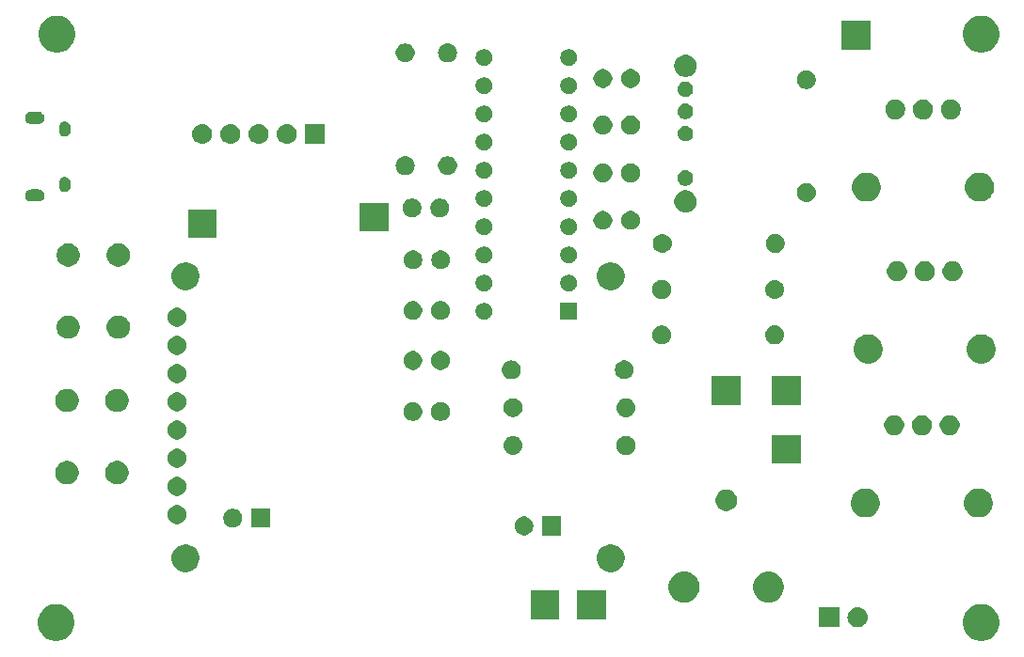
<source format=gbr>
G04 #@! TF.GenerationSoftware,KiCad,Pcbnew,(5.1.2-1)-1*
G04 #@! TF.CreationDate,2019-07-31T15:28:19-07:00*
G04 #@! TF.ProjectId,wavegenerator_v1,77617665-6765-46e6-9572-61746f725f76,rev?*
G04 #@! TF.SameCoordinates,Original*
G04 #@! TF.FileFunction,Soldermask,Bot*
G04 #@! TF.FilePolarity,Negative*
%FSLAX46Y46*%
G04 Gerber Fmt 4.6, Leading zero omitted, Abs format (unit mm)*
G04 Created by KiCad (PCBNEW (5.1.2-1)-1) date 2019-07-31 15:28:19*
%MOMM*%
%LPD*%
G04 APERTURE LIST*
%ADD10C,0.100000*%
G04 APERTURE END LIST*
D10*
G36*
X49293256Y-96892498D02*
G01*
X49399579Y-96913647D01*
X49700042Y-97038103D01*
X49970451Y-97218785D01*
X50200415Y-97448749D01*
X50381097Y-97719158D01*
X50442491Y-97867375D01*
X50505553Y-98019622D01*
X50568762Y-98337391D01*
X50569000Y-98338591D01*
X50569000Y-98663809D01*
X50505553Y-98982779D01*
X50381097Y-99283242D01*
X50200415Y-99553651D01*
X49970451Y-99783615D01*
X49700042Y-99964297D01*
X49399579Y-100088753D01*
X49293256Y-100109902D01*
X49080611Y-100152200D01*
X48755389Y-100152200D01*
X48542744Y-100109902D01*
X48436421Y-100088753D01*
X48135958Y-99964297D01*
X47865549Y-99783615D01*
X47635585Y-99553651D01*
X47454903Y-99283242D01*
X47330447Y-98982779D01*
X47267000Y-98663809D01*
X47267000Y-98338591D01*
X47267239Y-98337391D01*
X47330447Y-98019622D01*
X47393510Y-97867375D01*
X47454903Y-97719158D01*
X47635585Y-97448749D01*
X47865549Y-97218785D01*
X48135958Y-97038103D01*
X48436421Y-96913647D01*
X48542744Y-96892498D01*
X48755389Y-96850200D01*
X49080611Y-96850200D01*
X49293256Y-96892498D01*
X49293256Y-96892498D01*
G37*
G36*
X132490056Y-96891298D02*
G01*
X132596379Y-96912447D01*
X132896842Y-97036903D01*
X133167251Y-97217585D01*
X133397215Y-97447549D01*
X133577897Y-97717958D01*
X133702353Y-98018421D01*
X133702592Y-98019622D01*
X133765800Y-98337389D01*
X133765800Y-98662611D01*
X133761508Y-98684186D01*
X133702353Y-98981579D01*
X133577897Y-99282042D01*
X133397215Y-99552451D01*
X133167251Y-99782415D01*
X132896842Y-99963097D01*
X132596379Y-100087553D01*
X132490056Y-100108702D01*
X132277411Y-100151000D01*
X131952189Y-100151000D01*
X131739544Y-100108702D01*
X131633221Y-100087553D01*
X131332758Y-99963097D01*
X131062349Y-99782415D01*
X130832385Y-99552451D01*
X130651703Y-99282042D01*
X130527247Y-98981579D01*
X130468092Y-98684186D01*
X130463800Y-98662611D01*
X130463800Y-98337389D01*
X130527008Y-98019622D01*
X130527247Y-98018421D01*
X130651703Y-97717958D01*
X130832385Y-97447549D01*
X131062349Y-97217585D01*
X131332758Y-97036903D01*
X131633221Y-96912447D01*
X131739544Y-96891298D01*
X131952189Y-96849000D01*
X132277411Y-96849000D01*
X132490056Y-96891298D01*
X132490056Y-96891298D01*
G37*
G36*
X121116043Y-97149519D02*
G01*
X121182227Y-97156037D01*
X121352066Y-97207557D01*
X121508591Y-97291222D01*
X121544329Y-97320552D01*
X121645786Y-97403814D01*
X121729048Y-97505271D01*
X121758378Y-97541009D01*
X121842043Y-97697534D01*
X121893563Y-97867373D01*
X121910959Y-98044000D01*
X121893563Y-98220627D01*
X121842043Y-98390466D01*
X121758378Y-98546991D01*
X121729048Y-98582729D01*
X121645786Y-98684186D01*
X121544329Y-98767448D01*
X121508591Y-98796778D01*
X121352066Y-98880443D01*
X121182227Y-98931963D01*
X121116043Y-98938481D01*
X121049860Y-98945000D01*
X120961340Y-98945000D01*
X120895158Y-98938482D01*
X120828973Y-98931963D01*
X120659134Y-98880443D01*
X120502609Y-98796778D01*
X120466871Y-98767448D01*
X120365414Y-98684186D01*
X120282152Y-98582729D01*
X120252822Y-98546991D01*
X120169157Y-98390466D01*
X120117637Y-98220627D01*
X120100241Y-98044000D01*
X120117637Y-97867373D01*
X120169157Y-97697534D01*
X120252822Y-97541009D01*
X120282152Y-97505271D01*
X120365414Y-97403814D01*
X120466871Y-97320552D01*
X120502609Y-97291222D01*
X120659134Y-97207557D01*
X120828973Y-97156037D01*
X120895158Y-97149518D01*
X120961340Y-97143000D01*
X121049860Y-97143000D01*
X121116043Y-97149519D01*
X121116043Y-97149519D01*
G37*
G36*
X119366600Y-98945000D02*
G01*
X117564600Y-98945000D01*
X117564600Y-97143000D01*
X119366600Y-97143000D01*
X119366600Y-98945000D01*
X119366600Y-98945000D01*
G37*
G36*
X98401000Y-98201000D02*
G01*
X95799000Y-98201000D01*
X95799000Y-95599000D01*
X98401000Y-95599000D01*
X98401000Y-98201000D01*
X98401000Y-98201000D01*
G37*
G36*
X94201000Y-98201000D02*
G01*
X91599000Y-98201000D01*
X91599000Y-95599000D01*
X94201000Y-95599000D01*
X94201000Y-98201000D01*
X94201000Y-98201000D01*
G37*
G36*
X113318433Y-93934893D02*
G01*
X113408657Y-93952839D01*
X113514267Y-93996585D01*
X113663621Y-94058449D01*
X113663622Y-94058450D01*
X113893086Y-94211772D01*
X114088228Y-94406914D01*
X114190675Y-94560237D01*
X114241551Y-94636379D01*
X114347161Y-94891344D01*
X114401000Y-95162012D01*
X114401000Y-95437988D01*
X114347161Y-95708656D01*
X114241551Y-95963621D01*
X114241550Y-95963622D01*
X114088228Y-96193086D01*
X113893086Y-96388228D01*
X113739763Y-96490675D01*
X113663621Y-96541551D01*
X113514267Y-96603415D01*
X113408657Y-96647161D01*
X113318433Y-96665107D01*
X113137988Y-96701000D01*
X112862012Y-96701000D01*
X112681567Y-96665107D01*
X112591343Y-96647161D01*
X112485733Y-96603415D01*
X112336379Y-96541551D01*
X112260237Y-96490675D01*
X112106914Y-96388228D01*
X111911772Y-96193086D01*
X111758450Y-95963622D01*
X111758449Y-95963621D01*
X111652839Y-95708656D01*
X111599000Y-95437988D01*
X111599000Y-95162012D01*
X111652839Y-94891344D01*
X111758449Y-94636379D01*
X111809325Y-94560237D01*
X111911772Y-94406914D01*
X112106914Y-94211772D01*
X112336378Y-94058450D01*
X112336379Y-94058449D01*
X112485733Y-93996585D01*
X112591343Y-93952839D01*
X112681567Y-93934893D01*
X112862012Y-93899000D01*
X113137988Y-93899000D01*
X113318433Y-93934893D01*
X113318433Y-93934893D01*
G37*
G36*
X105718433Y-93934893D02*
G01*
X105808657Y-93952839D01*
X105914267Y-93996585D01*
X106063621Y-94058449D01*
X106063622Y-94058450D01*
X106293086Y-94211772D01*
X106488228Y-94406914D01*
X106590675Y-94560237D01*
X106641551Y-94636379D01*
X106747161Y-94891344D01*
X106801000Y-95162012D01*
X106801000Y-95437988D01*
X106747161Y-95708656D01*
X106641551Y-95963621D01*
X106641550Y-95963622D01*
X106488228Y-96193086D01*
X106293086Y-96388228D01*
X106139763Y-96490675D01*
X106063621Y-96541551D01*
X105914267Y-96603415D01*
X105808657Y-96647161D01*
X105718433Y-96665107D01*
X105537988Y-96701000D01*
X105262012Y-96701000D01*
X105081567Y-96665107D01*
X104991343Y-96647161D01*
X104885733Y-96603415D01*
X104736379Y-96541551D01*
X104660237Y-96490675D01*
X104506914Y-96388228D01*
X104311772Y-96193086D01*
X104158450Y-95963622D01*
X104158449Y-95963621D01*
X104052839Y-95708656D01*
X103999000Y-95437988D01*
X103999000Y-95162012D01*
X104052839Y-94891344D01*
X104158449Y-94636379D01*
X104209325Y-94560237D01*
X104311772Y-94406914D01*
X104506914Y-94211772D01*
X104736378Y-94058450D01*
X104736379Y-94058449D01*
X104885733Y-93996585D01*
X104991343Y-93952839D01*
X105081567Y-93934893D01*
X105262012Y-93899000D01*
X105537988Y-93899000D01*
X105718433Y-93934893D01*
X105718433Y-93934893D01*
G37*
G36*
X99164903Y-91497075D02*
G01*
X99392571Y-91591378D01*
X99597466Y-91728285D01*
X99771715Y-91902534D01*
X99908622Y-92107429D01*
X100002925Y-92335097D01*
X100051000Y-92576787D01*
X100051000Y-92823213D01*
X100002925Y-93064903D01*
X99908622Y-93292571D01*
X99771715Y-93497466D01*
X99597466Y-93671715D01*
X99392571Y-93808622D01*
X99392570Y-93808623D01*
X99392569Y-93808623D01*
X99164903Y-93902925D01*
X98923214Y-93951000D01*
X98676786Y-93951000D01*
X98435097Y-93902925D01*
X98207431Y-93808623D01*
X98207430Y-93808623D01*
X98207429Y-93808622D01*
X98002534Y-93671715D01*
X97828285Y-93497466D01*
X97691378Y-93292571D01*
X97597075Y-93064903D01*
X97549000Y-92823213D01*
X97549000Y-92576787D01*
X97597075Y-92335097D01*
X97691378Y-92107429D01*
X97828285Y-91902534D01*
X98002534Y-91728285D01*
X98207429Y-91591378D01*
X98435097Y-91497075D01*
X98676786Y-91449000D01*
X98923214Y-91449000D01*
X99164903Y-91497075D01*
X99164903Y-91497075D01*
G37*
G36*
X60924903Y-91497075D02*
G01*
X61152571Y-91591378D01*
X61357466Y-91728285D01*
X61531715Y-91902534D01*
X61668622Y-92107429D01*
X61762925Y-92335097D01*
X61811000Y-92576787D01*
X61811000Y-92823213D01*
X61762925Y-93064903D01*
X61668622Y-93292571D01*
X61531715Y-93497466D01*
X61357466Y-93671715D01*
X61152571Y-93808622D01*
X61152570Y-93808623D01*
X61152569Y-93808623D01*
X60924903Y-93902925D01*
X60683214Y-93951000D01*
X60436786Y-93951000D01*
X60195097Y-93902925D01*
X59967431Y-93808623D01*
X59967430Y-93808623D01*
X59967429Y-93808622D01*
X59762534Y-93671715D01*
X59588285Y-93497466D01*
X59451378Y-93292571D01*
X59357075Y-93064903D01*
X59309000Y-92823213D01*
X59309000Y-92576787D01*
X59357075Y-92335097D01*
X59451378Y-92107429D01*
X59588285Y-91902534D01*
X59762534Y-91728285D01*
X59967429Y-91591378D01*
X60195097Y-91497075D01*
X60436786Y-91449000D01*
X60683214Y-91449000D01*
X60924903Y-91497075D01*
X60924903Y-91497075D01*
G37*
G36*
X91248228Y-88981703D02*
G01*
X91403100Y-89045853D01*
X91542481Y-89138985D01*
X91661015Y-89257519D01*
X91754147Y-89396900D01*
X91818297Y-89551772D01*
X91851000Y-89716184D01*
X91851000Y-89883816D01*
X91818297Y-90048228D01*
X91754147Y-90203100D01*
X91661015Y-90342481D01*
X91542481Y-90461015D01*
X91403100Y-90554147D01*
X91248228Y-90618297D01*
X91083816Y-90651000D01*
X90916184Y-90651000D01*
X90751772Y-90618297D01*
X90596900Y-90554147D01*
X90457519Y-90461015D01*
X90338985Y-90342481D01*
X90245853Y-90203100D01*
X90181703Y-90048228D01*
X90149000Y-89883816D01*
X90149000Y-89716184D01*
X90181703Y-89551772D01*
X90245853Y-89396900D01*
X90338985Y-89257519D01*
X90457519Y-89138985D01*
X90596900Y-89045853D01*
X90751772Y-88981703D01*
X90916184Y-88949000D01*
X91083816Y-88949000D01*
X91248228Y-88981703D01*
X91248228Y-88981703D01*
G37*
G36*
X94351000Y-90651000D02*
G01*
X92649000Y-90651000D01*
X92649000Y-88949000D01*
X94351000Y-88949000D01*
X94351000Y-90651000D01*
X94351000Y-90651000D01*
G37*
G36*
X68151000Y-89951000D02*
G01*
X66449000Y-89951000D01*
X66449000Y-88249000D01*
X68151000Y-88249000D01*
X68151000Y-89951000D01*
X68151000Y-89951000D01*
G37*
G36*
X65048228Y-88281703D02*
G01*
X65203100Y-88345853D01*
X65342481Y-88438985D01*
X65461015Y-88557519D01*
X65554147Y-88696900D01*
X65618297Y-88851772D01*
X65651000Y-89016184D01*
X65651000Y-89183816D01*
X65618297Y-89348228D01*
X65554147Y-89503100D01*
X65461015Y-89642481D01*
X65342481Y-89761015D01*
X65203100Y-89854147D01*
X65048228Y-89918297D01*
X64883816Y-89951000D01*
X64716184Y-89951000D01*
X64551772Y-89918297D01*
X64396900Y-89854147D01*
X64257519Y-89761015D01*
X64138985Y-89642481D01*
X64045853Y-89503100D01*
X63981703Y-89348228D01*
X63949000Y-89183816D01*
X63949000Y-89016184D01*
X63981703Y-88851772D01*
X64045853Y-88696900D01*
X64138985Y-88557519D01*
X64257519Y-88438985D01*
X64396900Y-88345853D01*
X64551772Y-88281703D01*
X64716184Y-88249000D01*
X64883816Y-88249000D01*
X65048228Y-88281703D01*
X65048228Y-88281703D01*
G37*
G36*
X60028228Y-87971703D02*
G01*
X60183100Y-88035853D01*
X60322481Y-88128985D01*
X60441015Y-88247519D01*
X60534147Y-88386900D01*
X60598297Y-88541772D01*
X60631000Y-88706184D01*
X60631000Y-88873816D01*
X60598297Y-89038228D01*
X60534147Y-89193100D01*
X60441015Y-89332481D01*
X60322481Y-89451015D01*
X60183100Y-89544147D01*
X60028228Y-89608297D01*
X59863816Y-89641000D01*
X59696184Y-89641000D01*
X59531772Y-89608297D01*
X59376900Y-89544147D01*
X59237519Y-89451015D01*
X59118985Y-89332481D01*
X59025853Y-89193100D01*
X58961703Y-89038228D01*
X58929000Y-88873816D01*
X58929000Y-88706184D01*
X58961703Y-88541772D01*
X59025853Y-88386900D01*
X59118985Y-88247519D01*
X59237519Y-88128985D01*
X59376900Y-88035853D01*
X59531772Y-87971703D01*
X59696184Y-87939000D01*
X59863816Y-87939000D01*
X60028228Y-87971703D01*
X60028228Y-87971703D01*
G37*
G36*
X132266287Y-86480596D02*
G01*
X132503053Y-86578668D01*
X132503055Y-86578669D01*
X132716139Y-86721047D01*
X132897353Y-86902261D01*
X133008295Y-87068297D01*
X133039732Y-87115347D01*
X133137804Y-87352113D01*
X133187800Y-87603461D01*
X133187800Y-87859739D01*
X133137804Y-88111087D01*
X133081291Y-88247520D01*
X133039731Y-88347855D01*
X132897353Y-88560939D01*
X132716139Y-88742153D01*
X132503055Y-88884531D01*
X132503054Y-88884532D01*
X132503053Y-88884532D01*
X132266287Y-88982604D01*
X132014939Y-89032600D01*
X131758661Y-89032600D01*
X131507313Y-88982604D01*
X131270547Y-88884532D01*
X131270546Y-88884532D01*
X131270545Y-88884531D01*
X131057461Y-88742153D01*
X130876247Y-88560939D01*
X130733869Y-88347855D01*
X130692309Y-88247520D01*
X130635796Y-88111087D01*
X130585800Y-87859739D01*
X130585800Y-87603461D01*
X130635796Y-87352113D01*
X130733868Y-87115347D01*
X130765306Y-87068297D01*
X130876247Y-86902261D01*
X131057461Y-86721047D01*
X131270545Y-86578669D01*
X131270547Y-86578668D01*
X131507313Y-86480596D01*
X131758661Y-86430600D01*
X132014939Y-86430600D01*
X132266287Y-86480596D01*
X132266287Y-86480596D01*
G37*
G36*
X122086287Y-86480596D02*
G01*
X122323053Y-86578668D01*
X122323055Y-86578669D01*
X122536139Y-86721047D01*
X122717353Y-86902261D01*
X122828295Y-87068297D01*
X122859732Y-87115347D01*
X122957804Y-87352113D01*
X123007800Y-87603461D01*
X123007800Y-87859739D01*
X122957804Y-88111087D01*
X122901291Y-88247520D01*
X122859731Y-88347855D01*
X122717353Y-88560939D01*
X122536139Y-88742153D01*
X122323055Y-88884531D01*
X122323054Y-88884532D01*
X122323053Y-88884532D01*
X122086287Y-88982604D01*
X121834939Y-89032600D01*
X121578661Y-89032600D01*
X121327313Y-88982604D01*
X121090547Y-88884532D01*
X121090546Y-88884532D01*
X121090545Y-88884531D01*
X120877461Y-88742153D01*
X120696247Y-88560939D01*
X120553869Y-88347855D01*
X120512309Y-88247520D01*
X120455796Y-88111087D01*
X120405800Y-87859739D01*
X120405800Y-87603461D01*
X120455796Y-87352113D01*
X120553868Y-87115347D01*
X120585306Y-87068297D01*
X120696247Y-86902261D01*
X120877461Y-86721047D01*
X121090545Y-86578669D01*
X121090547Y-86578668D01*
X121327313Y-86480596D01*
X121578661Y-86430600D01*
X121834939Y-86430600D01*
X122086287Y-86480596D01*
X122086287Y-86480596D01*
G37*
G36*
X109480897Y-86574007D02*
G01*
X109656152Y-86646600D01*
X109813877Y-86751989D01*
X109948011Y-86886123D01*
X110053400Y-87043848D01*
X110125993Y-87219103D01*
X110163000Y-87405153D01*
X110163000Y-87594847D01*
X110125993Y-87780897D01*
X110053400Y-87956152D01*
X109948011Y-88113877D01*
X109813877Y-88248011D01*
X109656152Y-88353400D01*
X109480897Y-88425993D01*
X109294847Y-88463000D01*
X109105153Y-88463000D01*
X108919103Y-88425993D01*
X108743848Y-88353400D01*
X108586123Y-88248011D01*
X108451989Y-88113877D01*
X108346600Y-87956152D01*
X108274007Y-87780897D01*
X108237000Y-87594847D01*
X108237000Y-87405153D01*
X108274007Y-87219103D01*
X108346600Y-87043848D01*
X108451989Y-86886123D01*
X108586123Y-86751989D01*
X108743848Y-86646600D01*
X108919103Y-86574007D01*
X109105153Y-86537000D01*
X109294847Y-86537000D01*
X109480897Y-86574007D01*
X109480897Y-86574007D01*
G37*
G36*
X60028228Y-85431703D02*
G01*
X60183100Y-85495853D01*
X60322481Y-85588985D01*
X60441015Y-85707519D01*
X60534147Y-85846900D01*
X60598297Y-86001772D01*
X60631000Y-86166184D01*
X60631000Y-86333816D01*
X60598297Y-86498228D01*
X60534147Y-86653100D01*
X60441015Y-86792481D01*
X60322481Y-86911015D01*
X60183100Y-87004147D01*
X60028228Y-87068297D01*
X59863816Y-87101000D01*
X59696184Y-87101000D01*
X59531772Y-87068297D01*
X59376900Y-87004147D01*
X59237519Y-86911015D01*
X59118985Y-86792481D01*
X59025853Y-86653100D01*
X58961703Y-86498228D01*
X58929000Y-86333816D01*
X58929000Y-86166184D01*
X58961703Y-86001772D01*
X59025853Y-85846900D01*
X59118985Y-85707519D01*
X59237519Y-85588985D01*
X59376900Y-85495853D01*
X59531772Y-85431703D01*
X59696184Y-85399000D01*
X59863816Y-85399000D01*
X60028228Y-85431703D01*
X60028228Y-85431703D01*
G37*
G36*
X54706564Y-83989389D02*
G01*
X54897833Y-84068615D01*
X54897835Y-84068616D01*
X54964405Y-84113097D01*
X55069973Y-84183635D01*
X55216365Y-84330027D01*
X55331385Y-84502167D01*
X55410611Y-84693436D01*
X55451000Y-84896484D01*
X55451000Y-85103516D01*
X55410611Y-85306564D01*
X55332205Y-85495853D01*
X55331384Y-85497835D01*
X55216365Y-85669973D01*
X55069973Y-85816365D01*
X54897835Y-85931384D01*
X54897834Y-85931385D01*
X54897833Y-85931385D01*
X54706564Y-86010611D01*
X54503516Y-86051000D01*
X54296484Y-86051000D01*
X54093436Y-86010611D01*
X53902167Y-85931385D01*
X53902166Y-85931385D01*
X53902165Y-85931384D01*
X53730027Y-85816365D01*
X53583635Y-85669973D01*
X53468616Y-85497835D01*
X53467795Y-85495853D01*
X53389389Y-85306564D01*
X53349000Y-85103516D01*
X53349000Y-84896484D01*
X53389389Y-84693436D01*
X53468615Y-84502167D01*
X53583635Y-84330027D01*
X53730027Y-84183635D01*
X53835595Y-84113097D01*
X53902165Y-84068616D01*
X53902167Y-84068615D01*
X54093436Y-83989389D01*
X54296484Y-83949000D01*
X54503516Y-83949000D01*
X54706564Y-83989389D01*
X54706564Y-83989389D01*
G37*
G36*
X50206564Y-83989389D02*
G01*
X50397833Y-84068615D01*
X50397835Y-84068616D01*
X50464405Y-84113097D01*
X50569973Y-84183635D01*
X50716365Y-84330027D01*
X50831385Y-84502167D01*
X50910611Y-84693436D01*
X50951000Y-84896484D01*
X50951000Y-85103516D01*
X50910611Y-85306564D01*
X50832205Y-85495853D01*
X50831384Y-85497835D01*
X50716365Y-85669973D01*
X50569973Y-85816365D01*
X50397835Y-85931384D01*
X50397834Y-85931385D01*
X50397833Y-85931385D01*
X50206564Y-86010611D01*
X50003516Y-86051000D01*
X49796484Y-86051000D01*
X49593436Y-86010611D01*
X49402167Y-85931385D01*
X49402166Y-85931385D01*
X49402165Y-85931384D01*
X49230027Y-85816365D01*
X49083635Y-85669973D01*
X48968616Y-85497835D01*
X48967795Y-85495853D01*
X48889389Y-85306564D01*
X48849000Y-85103516D01*
X48849000Y-84896484D01*
X48889389Y-84693436D01*
X48968615Y-84502167D01*
X49083635Y-84330027D01*
X49230027Y-84183635D01*
X49335595Y-84113097D01*
X49402165Y-84068616D01*
X49402167Y-84068615D01*
X49593436Y-83989389D01*
X49796484Y-83949000D01*
X50003516Y-83949000D01*
X50206564Y-83989389D01*
X50206564Y-83989389D01*
G37*
G36*
X60028228Y-82891703D02*
G01*
X60183100Y-82955853D01*
X60322481Y-83048985D01*
X60441015Y-83167519D01*
X60534147Y-83306900D01*
X60598297Y-83461772D01*
X60631000Y-83626184D01*
X60631000Y-83793816D01*
X60598297Y-83958228D01*
X60534147Y-84113100D01*
X60441015Y-84252481D01*
X60322481Y-84371015D01*
X60183100Y-84464147D01*
X60028228Y-84528297D01*
X59863816Y-84561000D01*
X59696184Y-84561000D01*
X59531772Y-84528297D01*
X59376900Y-84464147D01*
X59237519Y-84371015D01*
X59118985Y-84252481D01*
X59025853Y-84113100D01*
X58961703Y-83958228D01*
X58929000Y-83793816D01*
X58929000Y-83626184D01*
X58961703Y-83461772D01*
X59025853Y-83306900D01*
X59118985Y-83167519D01*
X59237519Y-83048985D01*
X59376900Y-82955853D01*
X59531772Y-82891703D01*
X59696184Y-82859000D01*
X59863816Y-82859000D01*
X60028228Y-82891703D01*
X60028228Y-82891703D01*
G37*
G36*
X115901000Y-84201000D02*
G01*
X113299000Y-84201000D01*
X113299000Y-81599000D01*
X115901000Y-81599000D01*
X115901000Y-84201000D01*
X115901000Y-84201000D01*
G37*
G36*
X90184423Y-81711313D02*
G01*
X90344842Y-81759976D01*
X90411961Y-81795852D01*
X90492678Y-81838996D01*
X90622259Y-81945341D01*
X90728604Y-82074922D01*
X90728605Y-82074924D01*
X90807624Y-82222758D01*
X90856287Y-82383177D01*
X90872717Y-82550000D01*
X90856287Y-82716823D01*
X90807624Y-82877242D01*
X90736714Y-83009906D01*
X90728604Y-83025078D01*
X90622259Y-83154659D01*
X90492678Y-83261004D01*
X90492676Y-83261005D01*
X90344842Y-83340024D01*
X90184423Y-83388687D01*
X90059404Y-83401000D01*
X89975796Y-83401000D01*
X89850777Y-83388687D01*
X89690358Y-83340024D01*
X89542524Y-83261005D01*
X89542522Y-83261004D01*
X89412941Y-83154659D01*
X89306596Y-83025078D01*
X89298486Y-83009906D01*
X89227576Y-82877242D01*
X89178913Y-82716823D01*
X89162483Y-82550000D01*
X89178913Y-82383177D01*
X89227576Y-82222758D01*
X89306595Y-82074924D01*
X89306596Y-82074922D01*
X89412941Y-81945341D01*
X89542522Y-81838996D01*
X89623239Y-81795852D01*
X89690358Y-81759976D01*
X89850777Y-81711313D01*
X89975796Y-81699000D01*
X90059404Y-81699000D01*
X90184423Y-81711313D01*
X90184423Y-81711313D01*
G37*
G36*
X100425828Y-81731703D02*
G01*
X100580700Y-81795853D01*
X100720081Y-81888985D01*
X100838615Y-82007519D01*
X100931747Y-82146900D01*
X100995897Y-82301772D01*
X101028600Y-82466184D01*
X101028600Y-82633816D01*
X100995897Y-82798228D01*
X100931747Y-82953100D01*
X100838615Y-83092481D01*
X100720081Y-83211015D01*
X100580700Y-83304147D01*
X100425828Y-83368297D01*
X100261416Y-83401000D01*
X100093784Y-83401000D01*
X99929372Y-83368297D01*
X99774500Y-83304147D01*
X99635119Y-83211015D01*
X99516585Y-83092481D01*
X99423453Y-82953100D01*
X99359303Y-82798228D01*
X99326600Y-82633816D01*
X99326600Y-82466184D01*
X99359303Y-82301772D01*
X99423453Y-82146900D01*
X99516585Y-82007519D01*
X99635119Y-81888985D01*
X99774500Y-81795853D01*
X99929372Y-81731703D01*
X100093784Y-81699000D01*
X100261416Y-81699000D01*
X100425828Y-81731703D01*
X100425828Y-81731703D01*
G37*
G36*
X60028228Y-80351703D02*
G01*
X60183100Y-80415853D01*
X60322481Y-80508985D01*
X60441015Y-80627519D01*
X60534147Y-80766900D01*
X60598297Y-80921772D01*
X60631000Y-81086184D01*
X60631000Y-81253816D01*
X60598297Y-81418228D01*
X60534147Y-81573100D01*
X60441015Y-81712481D01*
X60322481Y-81831015D01*
X60183100Y-81924147D01*
X60028228Y-81988297D01*
X59863816Y-82021000D01*
X59696184Y-82021000D01*
X59531772Y-81988297D01*
X59376900Y-81924147D01*
X59237519Y-81831015D01*
X59118985Y-81712481D01*
X59025853Y-81573100D01*
X58961703Y-81418228D01*
X58929000Y-81253816D01*
X58929000Y-81086184D01*
X58961703Y-80921772D01*
X59025853Y-80766900D01*
X59118985Y-80627519D01*
X59237519Y-80508985D01*
X59376900Y-80415853D01*
X59531772Y-80351703D01*
X59696184Y-80319000D01*
X59863816Y-80319000D01*
X60028228Y-80351703D01*
X60028228Y-80351703D01*
G37*
G36*
X129410312Y-79835527D02*
G01*
X129559612Y-79865224D01*
X129723584Y-79933144D01*
X129871154Y-80031747D01*
X129996653Y-80157246D01*
X130095256Y-80304816D01*
X130163176Y-80468788D01*
X130197800Y-80642859D01*
X130197800Y-80820341D01*
X130163176Y-80994412D01*
X130095256Y-81158384D01*
X129996653Y-81305954D01*
X129871154Y-81431453D01*
X129723584Y-81530056D01*
X129559612Y-81597976D01*
X129410312Y-81627673D01*
X129385542Y-81632600D01*
X129208058Y-81632600D01*
X129183288Y-81627673D01*
X129033988Y-81597976D01*
X128870016Y-81530056D01*
X128722446Y-81431453D01*
X128596947Y-81305954D01*
X128498344Y-81158384D01*
X128430424Y-80994412D01*
X128395800Y-80820341D01*
X128395800Y-80642859D01*
X128430424Y-80468788D01*
X128498344Y-80304816D01*
X128596947Y-80157246D01*
X128722446Y-80031747D01*
X128870016Y-79933144D01*
X129033988Y-79865224D01*
X129183288Y-79835527D01*
X129208058Y-79830600D01*
X129385542Y-79830600D01*
X129410312Y-79835527D01*
X129410312Y-79835527D01*
G37*
G36*
X126910312Y-79835527D02*
G01*
X127059612Y-79865224D01*
X127223584Y-79933144D01*
X127371154Y-80031747D01*
X127496653Y-80157246D01*
X127595256Y-80304816D01*
X127663176Y-80468788D01*
X127697800Y-80642859D01*
X127697800Y-80820341D01*
X127663176Y-80994412D01*
X127595256Y-81158384D01*
X127496653Y-81305954D01*
X127371154Y-81431453D01*
X127223584Y-81530056D01*
X127059612Y-81597976D01*
X126910312Y-81627673D01*
X126885542Y-81632600D01*
X126708058Y-81632600D01*
X126683288Y-81627673D01*
X126533988Y-81597976D01*
X126370016Y-81530056D01*
X126222446Y-81431453D01*
X126096947Y-81305954D01*
X125998344Y-81158384D01*
X125930424Y-80994412D01*
X125895800Y-80820341D01*
X125895800Y-80642859D01*
X125930424Y-80468788D01*
X125998344Y-80304816D01*
X126096947Y-80157246D01*
X126222446Y-80031747D01*
X126370016Y-79933144D01*
X126533988Y-79865224D01*
X126683288Y-79835527D01*
X126708058Y-79830600D01*
X126885542Y-79830600D01*
X126910312Y-79835527D01*
X126910312Y-79835527D01*
G37*
G36*
X124410312Y-79835527D02*
G01*
X124559612Y-79865224D01*
X124723584Y-79933144D01*
X124871154Y-80031747D01*
X124996653Y-80157246D01*
X125095256Y-80304816D01*
X125163176Y-80468788D01*
X125197800Y-80642859D01*
X125197800Y-80820341D01*
X125163176Y-80994412D01*
X125095256Y-81158384D01*
X124996653Y-81305954D01*
X124871154Y-81431453D01*
X124723584Y-81530056D01*
X124559612Y-81597976D01*
X124410312Y-81627673D01*
X124385542Y-81632600D01*
X124208058Y-81632600D01*
X124183288Y-81627673D01*
X124033988Y-81597976D01*
X123870016Y-81530056D01*
X123722446Y-81431453D01*
X123596947Y-81305954D01*
X123498344Y-81158384D01*
X123430424Y-80994412D01*
X123395800Y-80820341D01*
X123395800Y-80642859D01*
X123430424Y-80468788D01*
X123498344Y-80304816D01*
X123596947Y-80157246D01*
X123722446Y-80031747D01*
X123870016Y-79933144D01*
X124033988Y-79865224D01*
X124183288Y-79835527D01*
X124208058Y-79830600D01*
X124385542Y-79830600D01*
X124410312Y-79835527D01*
X124410312Y-79835527D01*
G37*
G36*
X81248228Y-78681703D02*
G01*
X81403100Y-78745853D01*
X81542481Y-78838985D01*
X81661015Y-78957519D01*
X81754147Y-79096900D01*
X81818297Y-79251772D01*
X81851000Y-79416184D01*
X81851000Y-79583816D01*
X81818297Y-79748228D01*
X81754147Y-79903100D01*
X81661015Y-80042481D01*
X81542481Y-80161015D01*
X81403100Y-80254147D01*
X81248228Y-80318297D01*
X81083816Y-80351000D01*
X80916184Y-80351000D01*
X80751772Y-80318297D01*
X80596900Y-80254147D01*
X80457519Y-80161015D01*
X80338985Y-80042481D01*
X80245853Y-79903100D01*
X80181703Y-79748228D01*
X80149000Y-79583816D01*
X80149000Y-79416184D01*
X80181703Y-79251772D01*
X80245853Y-79096900D01*
X80338985Y-78957519D01*
X80457519Y-78838985D01*
X80596900Y-78745853D01*
X80751772Y-78681703D01*
X80916184Y-78649000D01*
X81083816Y-78649000D01*
X81248228Y-78681703D01*
X81248228Y-78681703D01*
G37*
G36*
X83748228Y-78681703D02*
G01*
X83903100Y-78745853D01*
X84042481Y-78838985D01*
X84161015Y-78957519D01*
X84254147Y-79096900D01*
X84318297Y-79251772D01*
X84351000Y-79416184D01*
X84351000Y-79583816D01*
X84318297Y-79748228D01*
X84254147Y-79903100D01*
X84161015Y-80042481D01*
X84042481Y-80161015D01*
X83903100Y-80254147D01*
X83748228Y-80318297D01*
X83583816Y-80351000D01*
X83416184Y-80351000D01*
X83251772Y-80318297D01*
X83096900Y-80254147D01*
X82957519Y-80161015D01*
X82838985Y-80042481D01*
X82745853Y-79903100D01*
X82681703Y-79748228D01*
X82649000Y-79583816D01*
X82649000Y-79416184D01*
X82681703Y-79251772D01*
X82745853Y-79096900D01*
X82838985Y-78957519D01*
X82957519Y-78838985D01*
X83096900Y-78745853D01*
X83251772Y-78681703D01*
X83416184Y-78649000D01*
X83583816Y-78649000D01*
X83748228Y-78681703D01*
X83748228Y-78681703D01*
G37*
G36*
X100344423Y-78307713D02*
G01*
X100504842Y-78356376D01*
X100579882Y-78396486D01*
X100652678Y-78435396D01*
X100782259Y-78541741D01*
X100888604Y-78671322D01*
X100888605Y-78671324D01*
X100967624Y-78819158D01*
X101016287Y-78979577D01*
X101032717Y-79146400D01*
X101016287Y-79313223D01*
X100967624Y-79473642D01*
X100927077Y-79549500D01*
X100888604Y-79621478D01*
X100782259Y-79751059D01*
X100652678Y-79857404D01*
X100652676Y-79857405D01*
X100504842Y-79936424D01*
X100344423Y-79985087D01*
X100219404Y-79997400D01*
X100135796Y-79997400D01*
X100010777Y-79985087D01*
X99850358Y-79936424D01*
X99702524Y-79857405D01*
X99702522Y-79857404D01*
X99572941Y-79751059D01*
X99466596Y-79621478D01*
X99428123Y-79549500D01*
X99387576Y-79473642D01*
X99338913Y-79313223D01*
X99322483Y-79146400D01*
X99338913Y-78979577D01*
X99387576Y-78819158D01*
X99466595Y-78671324D01*
X99466596Y-78671322D01*
X99572941Y-78541741D01*
X99702522Y-78435396D01*
X99775318Y-78396486D01*
X99850358Y-78356376D01*
X100010777Y-78307713D01*
X100135796Y-78295400D01*
X100219404Y-78295400D01*
X100344423Y-78307713D01*
X100344423Y-78307713D01*
G37*
G36*
X90265828Y-78328103D02*
G01*
X90420700Y-78392253D01*
X90560081Y-78485385D01*
X90678615Y-78603919D01*
X90771747Y-78743300D01*
X90835897Y-78898172D01*
X90868600Y-79062584D01*
X90868600Y-79230216D01*
X90835897Y-79394628D01*
X90771747Y-79549500D01*
X90678615Y-79688881D01*
X90560081Y-79807415D01*
X90420700Y-79900547D01*
X90265828Y-79964697D01*
X90101416Y-79997400D01*
X89933784Y-79997400D01*
X89769372Y-79964697D01*
X89614500Y-79900547D01*
X89475119Y-79807415D01*
X89356585Y-79688881D01*
X89263453Y-79549500D01*
X89199303Y-79394628D01*
X89166600Y-79230216D01*
X89166600Y-79062584D01*
X89199303Y-78898172D01*
X89263453Y-78743300D01*
X89356585Y-78603919D01*
X89475119Y-78485385D01*
X89614500Y-78392253D01*
X89769372Y-78328103D01*
X89933784Y-78295400D01*
X90101416Y-78295400D01*
X90265828Y-78328103D01*
X90265828Y-78328103D01*
G37*
G36*
X54706564Y-77489389D02*
G01*
X54897833Y-77568615D01*
X54897835Y-77568616D01*
X55069973Y-77683635D01*
X55216365Y-77830027D01*
X55331385Y-78002167D01*
X55410611Y-78193436D01*
X55451000Y-78396484D01*
X55451000Y-78603516D01*
X55410611Y-78806564D01*
X55338947Y-78979577D01*
X55331384Y-78997835D01*
X55216365Y-79169973D01*
X55069973Y-79316365D01*
X54897835Y-79431384D01*
X54897834Y-79431385D01*
X54897833Y-79431385D01*
X54706564Y-79510611D01*
X54503516Y-79551000D01*
X54296484Y-79551000D01*
X54093436Y-79510611D01*
X53902167Y-79431385D01*
X53902166Y-79431385D01*
X53902165Y-79431384D01*
X53730027Y-79316365D01*
X53583635Y-79169973D01*
X53468616Y-78997835D01*
X53461053Y-78979577D01*
X53389389Y-78806564D01*
X53349000Y-78603516D01*
X53349000Y-78396484D01*
X53389389Y-78193436D01*
X53468615Y-78002167D01*
X53583635Y-77830027D01*
X53730027Y-77683635D01*
X53902165Y-77568616D01*
X53902167Y-77568615D01*
X54093436Y-77489389D01*
X54296484Y-77449000D01*
X54503516Y-77449000D01*
X54706564Y-77489389D01*
X54706564Y-77489389D01*
G37*
G36*
X50206564Y-77489389D02*
G01*
X50397833Y-77568615D01*
X50397835Y-77568616D01*
X50569973Y-77683635D01*
X50716365Y-77830027D01*
X50831385Y-78002167D01*
X50910611Y-78193436D01*
X50951000Y-78396484D01*
X50951000Y-78603516D01*
X50910611Y-78806564D01*
X50838947Y-78979577D01*
X50831384Y-78997835D01*
X50716365Y-79169973D01*
X50569973Y-79316365D01*
X50397835Y-79431384D01*
X50397834Y-79431385D01*
X50397833Y-79431385D01*
X50206564Y-79510611D01*
X50003516Y-79551000D01*
X49796484Y-79551000D01*
X49593436Y-79510611D01*
X49402167Y-79431385D01*
X49402166Y-79431385D01*
X49402165Y-79431384D01*
X49230027Y-79316365D01*
X49083635Y-79169973D01*
X48968616Y-78997835D01*
X48961053Y-78979577D01*
X48889389Y-78806564D01*
X48849000Y-78603516D01*
X48849000Y-78396484D01*
X48889389Y-78193436D01*
X48968615Y-78002167D01*
X49083635Y-77830027D01*
X49230027Y-77683635D01*
X49402165Y-77568616D01*
X49402167Y-77568615D01*
X49593436Y-77489389D01*
X49796484Y-77449000D01*
X50003516Y-77449000D01*
X50206564Y-77489389D01*
X50206564Y-77489389D01*
G37*
G36*
X60028228Y-77811703D02*
G01*
X60183100Y-77875853D01*
X60322481Y-77968985D01*
X60441015Y-78087519D01*
X60534147Y-78226900D01*
X60598297Y-78381772D01*
X60631000Y-78546184D01*
X60631000Y-78713816D01*
X60598297Y-78878228D01*
X60534147Y-79033100D01*
X60441015Y-79172481D01*
X60322481Y-79291015D01*
X60183100Y-79384147D01*
X60028228Y-79448297D01*
X59863816Y-79481000D01*
X59696184Y-79481000D01*
X59531772Y-79448297D01*
X59376900Y-79384147D01*
X59237519Y-79291015D01*
X59118985Y-79172481D01*
X59025853Y-79033100D01*
X58961703Y-78878228D01*
X58929000Y-78713816D01*
X58929000Y-78546184D01*
X58961703Y-78381772D01*
X59025853Y-78226900D01*
X59118985Y-78087519D01*
X59237519Y-77968985D01*
X59376900Y-77875853D01*
X59531772Y-77811703D01*
X59696184Y-77779000D01*
X59863816Y-77779000D01*
X60028228Y-77811703D01*
X60028228Y-77811703D01*
G37*
G36*
X110501000Y-78901000D02*
G01*
X107899000Y-78901000D01*
X107899000Y-76299000D01*
X110501000Y-76299000D01*
X110501000Y-78901000D01*
X110501000Y-78901000D01*
G37*
G36*
X115901000Y-78901000D02*
G01*
X113299000Y-78901000D01*
X113299000Y-76299000D01*
X115901000Y-76299000D01*
X115901000Y-78901000D01*
X115901000Y-78901000D01*
G37*
G36*
X60028228Y-75271703D02*
G01*
X60183100Y-75335853D01*
X60322481Y-75428985D01*
X60441015Y-75547519D01*
X60534147Y-75686900D01*
X60598297Y-75841772D01*
X60631000Y-76006184D01*
X60631000Y-76173816D01*
X60598297Y-76338228D01*
X60534147Y-76493100D01*
X60441015Y-76632481D01*
X60322481Y-76751015D01*
X60183100Y-76844147D01*
X60028228Y-76908297D01*
X59863816Y-76941000D01*
X59696184Y-76941000D01*
X59531772Y-76908297D01*
X59376900Y-76844147D01*
X59237519Y-76751015D01*
X59118985Y-76632481D01*
X59025853Y-76493100D01*
X58961703Y-76338228D01*
X58929000Y-76173816D01*
X58929000Y-76006184D01*
X58961703Y-75841772D01*
X59025853Y-75686900D01*
X59118985Y-75547519D01*
X59237519Y-75428985D01*
X59376900Y-75335853D01*
X59531772Y-75271703D01*
X59696184Y-75239000D01*
X59863816Y-75239000D01*
X60028228Y-75271703D01*
X60028228Y-75271703D01*
G37*
G36*
X100273428Y-74924503D02*
G01*
X100428300Y-74988653D01*
X100567681Y-75081785D01*
X100686215Y-75200319D01*
X100779347Y-75339700D01*
X100843497Y-75494572D01*
X100876200Y-75658984D01*
X100876200Y-75826616D01*
X100843497Y-75991028D01*
X100779347Y-76145900D01*
X100686215Y-76285281D01*
X100567681Y-76403815D01*
X100428300Y-76496947D01*
X100273428Y-76561097D01*
X100109016Y-76593800D01*
X99941384Y-76593800D01*
X99776972Y-76561097D01*
X99622100Y-76496947D01*
X99482719Y-76403815D01*
X99364185Y-76285281D01*
X99271053Y-76145900D01*
X99206903Y-75991028D01*
X99174200Y-75826616D01*
X99174200Y-75658984D01*
X99206903Y-75494572D01*
X99271053Y-75339700D01*
X99364185Y-75200319D01*
X99482719Y-75081785D01*
X99622100Y-74988653D01*
X99776972Y-74924503D01*
X99941384Y-74891800D01*
X100109016Y-74891800D01*
X100273428Y-74924503D01*
X100273428Y-74924503D01*
G37*
G36*
X90032023Y-74904113D02*
G01*
X90192442Y-74952776D01*
X90325106Y-75023686D01*
X90340278Y-75031796D01*
X90469859Y-75138141D01*
X90576204Y-75267722D01*
X90576205Y-75267724D01*
X90655224Y-75415558D01*
X90703887Y-75575977D01*
X90720317Y-75742800D01*
X90703887Y-75909623D01*
X90655224Y-76070042D01*
X90584314Y-76202706D01*
X90576204Y-76217878D01*
X90469859Y-76347459D01*
X90340278Y-76453804D01*
X90340276Y-76453805D01*
X90192442Y-76532824D01*
X90032023Y-76581487D01*
X89907004Y-76593800D01*
X89823396Y-76593800D01*
X89698377Y-76581487D01*
X89537958Y-76532824D01*
X89390124Y-76453805D01*
X89390122Y-76453804D01*
X89260541Y-76347459D01*
X89154196Y-76217878D01*
X89146086Y-76202706D01*
X89075176Y-76070042D01*
X89026513Y-75909623D01*
X89010083Y-75742800D01*
X89026513Y-75575977D01*
X89075176Y-75415558D01*
X89154195Y-75267724D01*
X89154196Y-75267722D01*
X89260541Y-75138141D01*
X89390122Y-75031796D01*
X89405294Y-75023686D01*
X89537958Y-74952776D01*
X89698377Y-74904113D01*
X89823396Y-74891800D01*
X89907004Y-74891800D01*
X90032023Y-74904113D01*
X90032023Y-74904113D01*
G37*
G36*
X83748228Y-74081703D02*
G01*
X83903100Y-74145853D01*
X84042481Y-74238985D01*
X84161015Y-74357519D01*
X84254147Y-74496900D01*
X84318297Y-74651772D01*
X84351000Y-74816184D01*
X84351000Y-74983816D01*
X84318297Y-75148228D01*
X84254147Y-75303100D01*
X84161015Y-75442481D01*
X84042481Y-75561015D01*
X83903100Y-75654147D01*
X83748228Y-75718297D01*
X83583816Y-75751000D01*
X83416184Y-75751000D01*
X83251772Y-75718297D01*
X83096900Y-75654147D01*
X82957519Y-75561015D01*
X82838985Y-75442481D01*
X82745853Y-75303100D01*
X82681703Y-75148228D01*
X82649000Y-74983816D01*
X82649000Y-74816184D01*
X82681703Y-74651772D01*
X82745853Y-74496900D01*
X82838985Y-74357519D01*
X82957519Y-74238985D01*
X83096900Y-74145853D01*
X83251772Y-74081703D01*
X83416184Y-74049000D01*
X83583816Y-74049000D01*
X83748228Y-74081703D01*
X83748228Y-74081703D01*
G37*
G36*
X81248228Y-74081703D02*
G01*
X81403100Y-74145853D01*
X81542481Y-74238985D01*
X81661015Y-74357519D01*
X81754147Y-74496900D01*
X81818297Y-74651772D01*
X81851000Y-74816184D01*
X81851000Y-74983816D01*
X81818297Y-75148228D01*
X81754147Y-75303100D01*
X81661015Y-75442481D01*
X81542481Y-75561015D01*
X81403100Y-75654147D01*
X81248228Y-75718297D01*
X81083816Y-75751000D01*
X80916184Y-75751000D01*
X80751772Y-75718297D01*
X80596900Y-75654147D01*
X80457519Y-75561015D01*
X80338985Y-75442481D01*
X80245853Y-75303100D01*
X80181703Y-75148228D01*
X80149000Y-74983816D01*
X80149000Y-74816184D01*
X80181703Y-74651772D01*
X80245853Y-74496900D01*
X80338985Y-74357519D01*
X80457519Y-74238985D01*
X80596900Y-74145853D01*
X80751772Y-74081703D01*
X80916184Y-74049000D01*
X81083816Y-74049000D01*
X81248228Y-74081703D01*
X81248228Y-74081703D01*
G37*
G36*
X132520287Y-72612196D02*
G01*
X132757053Y-72710268D01*
X132757055Y-72710269D01*
X132938317Y-72831384D01*
X132970139Y-72852647D01*
X133151353Y-73033861D01*
X133293732Y-73246947D01*
X133391804Y-73483713D01*
X133441800Y-73735061D01*
X133441800Y-73991339D01*
X133391804Y-74242687D01*
X133344238Y-74357520D01*
X133293731Y-74479455D01*
X133151353Y-74692539D01*
X132970139Y-74873753D01*
X132757055Y-75016131D01*
X132757054Y-75016132D01*
X132757053Y-75016132D01*
X132520287Y-75114204D01*
X132268939Y-75164200D01*
X132012661Y-75164200D01*
X131761313Y-75114204D01*
X131524547Y-75016132D01*
X131524546Y-75016132D01*
X131524545Y-75016131D01*
X131311461Y-74873753D01*
X131130247Y-74692539D01*
X130987869Y-74479455D01*
X130937362Y-74357520D01*
X130889796Y-74242687D01*
X130839800Y-73991339D01*
X130839800Y-73735061D01*
X130889796Y-73483713D01*
X130987868Y-73246947D01*
X131130247Y-73033861D01*
X131311461Y-72852647D01*
X131343283Y-72831384D01*
X131524545Y-72710269D01*
X131524547Y-72710268D01*
X131761313Y-72612196D01*
X132012661Y-72562200D01*
X132268939Y-72562200D01*
X132520287Y-72612196D01*
X132520287Y-72612196D01*
G37*
G36*
X122340287Y-72612196D02*
G01*
X122577053Y-72710268D01*
X122577055Y-72710269D01*
X122758317Y-72831384D01*
X122790139Y-72852647D01*
X122971353Y-73033861D01*
X123113732Y-73246947D01*
X123211804Y-73483713D01*
X123261800Y-73735061D01*
X123261800Y-73991339D01*
X123211804Y-74242687D01*
X123164238Y-74357520D01*
X123113731Y-74479455D01*
X122971353Y-74692539D01*
X122790139Y-74873753D01*
X122577055Y-75016131D01*
X122577054Y-75016132D01*
X122577053Y-75016132D01*
X122340287Y-75114204D01*
X122088939Y-75164200D01*
X121832661Y-75164200D01*
X121581313Y-75114204D01*
X121344547Y-75016132D01*
X121344546Y-75016132D01*
X121344545Y-75016131D01*
X121131461Y-74873753D01*
X120950247Y-74692539D01*
X120807869Y-74479455D01*
X120757362Y-74357520D01*
X120709796Y-74242687D01*
X120659800Y-73991339D01*
X120659800Y-73735061D01*
X120709796Y-73483713D01*
X120807868Y-73246947D01*
X120950247Y-73033861D01*
X121131461Y-72852647D01*
X121163283Y-72831384D01*
X121344545Y-72710269D01*
X121344547Y-72710268D01*
X121581313Y-72612196D01*
X121832661Y-72562200D01*
X122088939Y-72562200D01*
X122340287Y-72612196D01*
X122340287Y-72612196D01*
G37*
G36*
X60028228Y-72731703D02*
G01*
X60183100Y-72795853D01*
X60322481Y-72888985D01*
X60441015Y-73007519D01*
X60534147Y-73146900D01*
X60598297Y-73301772D01*
X60631000Y-73466184D01*
X60631000Y-73633816D01*
X60598297Y-73798228D01*
X60534147Y-73953100D01*
X60441015Y-74092481D01*
X60322481Y-74211015D01*
X60183100Y-74304147D01*
X60028228Y-74368297D01*
X59863816Y-74401000D01*
X59696184Y-74401000D01*
X59531772Y-74368297D01*
X59376900Y-74304147D01*
X59237519Y-74211015D01*
X59118985Y-74092481D01*
X59025853Y-73953100D01*
X58961703Y-73798228D01*
X58929000Y-73633816D01*
X58929000Y-73466184D01*
X58961703Y-73301772D01*
X59025853Y-73146900D01*
X59118985Y-73007519D01*
X59237519Y-72888985D01*
X59376900Y-72795853D01*
X59531772Y-72731703D01*
X59696184Y-72699000D01*
X59863816Y-72699000D01*
X60028228Y-72731703D01*
X60028228Y-72731703D01*
G37*
G36*
X113726823Y-71761313D02*
G01*
X113887242Y-71809976D01*
X113954361Y-71845852D01*
X114035078Y-71888996D01*
X114164659Y-71995341D01*
X114271004Y-72124922D01*
X114271005Y-72124924D01*
X114350024Y-72272758D01*
X114398687Y-72433177D01*
X114415117Y-72600000D01*
X114398687Y-72766823D01*
X114350024Y-72927242D01*
X114309477Y-73003100D01*
X114271004Y-73075078D01*
X114164659Y-73204659D01*
X114035078Y-73311004D01*
X114035076Y-73311005D01*
X113887242Y-73390024D01*
X113726823Y-73438687D01*
X113601804Y-73451000D01*
X113518196Y-73451000D01*
X113393177Y-73438687D01*
X113232758Y-73390024D01*
X113084924Y-73311005D01*
X113084922Y-73311004D01*
X112955341Y-73204659D01*
X112848996Y-73075078D01*
X112810523Y-73003100D01*
X112769976Y-72927242D01*
X112721313Y-72766823D01*
X112704883Y-72600000D01*
X112721313Y-72433177D01*
X112769976Y-72272758D01*
X112848995Y-72124924D01*
X112848996Y-72124922D01*
X112955341Y-71995341D01*
X113084922Y-71888996D01*
X113165639Y-71845852D01*
X113232758Y-71809976D01*
X113393177Y-71761313D01*
X113518196Y-71749000D01*
X113601804Y-71749000D01*
X113726823Y-71761313D01*
X113726823Y-71761313D01*
G37*
G36*
X103648228Y-71781703D02*
G01*
X103803100Y-71845853D01*
X103942481Y-71938985D01*
X104061015Y-72057519D01*
X104154147Y-72196900D01*
X104218297Y-72351772D01*
X104251000Y-72516184D01*
X104251000Y-72683816D01*
X104218297Y-72848228D01*
X104154147Y-73003100D01*
X104061015Y-73142481D01*
X103942481Y-73261015D01*
X103803100Y-73354147D01*
X103648228Y-73418297D01*
X103483816Y-73451000D01*
X103316184Y-73451000D01*
X103151772Y-73418297D01*
X102996900Y-73354147D01*
X102857519Y-73261015D01*
X102738985Y-73142481D01*
X102645853Y-73003100D01*
X102581703Y-72848228D01*
X102549000Y-72683816D01*
X102549000Y-72516184D01*
X102581703Y-72351772D01*
X102645853Y-72196900D01*
X102738985Y-72057519D01*
X102857519Y-71938985D01*
X102996900Y-71845853D01*
X103151772Y-71781703D01*
X103316184Y-71749000D01*
X103483816Y-71749000D01*
X103648228Y-71781703D01*
X103648228Y-71781703D01*
G37*
G36*
X50306564Y-70889389D02*
G01*
X50497833Y-70968615D01*
X50497835Y-70968616D01*
X50607924Y-71042175D01*
X50669973Y-71083635D01*
X50816365Y-71230027D01*
X50931385Y-71402167D01*
X51010611Y-71593436D01*
X51051000Y-71796484D01*
X51051000Y-72003516D01*
X51010611Y-72206564D01*
X50983191Y-72272761D01*
X50931384Y-72397835D01*
X50816365Y-72569973D01*
X50669973Y-72716365D01*
X50497835Y-72831384D01*
X50497834Y-72831385D01*
X50497833Y-72831385D01*
X50306564Y-72910611D01*
X50103516Y-72951000D01*
X49896484Y-72951000D01*
X49693436Y-72910611D01*
X49502167Y-72831385D01*
X49502166Y-72831385D01*
X49502165Y-72831384D01*
X49330027Y-72716365D01*
X49183635Y-72569973D01*
X49068616Y-72397835D01*
X49016809Y-72272761D01*
X48989389Y-72206564D01*
X48949000Y-72003516D01*
X48949000Y-71796484D01*
X48989389Y-71593436D01*
X49068615Y-71402167D01*
X49183635Y-71230027D01*
X49330027Y-71083635D01*
X49392076Y-71042175D01*
X49502165Y-70968616D01*
X49502167Y-70968615D01*
X49693436Y-70889389D01*
X49896484Y-70849000D01*
X50103516Y-70849000D01*
X50306564Y-70889389D01*
X50306564Y-70889389D01*
G37*
G36*
X54806564Y-70889389D02*
G01*
X54997833Y-70968615D01*
X54997835Y-70968616D01*
X55107924Y-71042175D01*
X55169973Y-71083635D01*
X55316365Y-71230027D01*
X55431385Y-71402167D01*
X55510611Y-71593436D01*
X55551000Y-71796484D01*
X55551000Y-72003516D01*
X55510611Y-72206564D01*
X55483191Y-72272761D01*
X55431384Y-72397835D01*
X55316365Y-72569973D01*
X55169973Y-72716365D01*
X54997835Y-72831384D01*
X54997834Y-72831385D01*
X54997833Y-72831385D01*
X54806564Y-72910611D01*
X54603516Y-72951000D01*
X54396484Y-72951000D01*
X54193436Y-72910611D01*
X54002167Y-72831385D01*
X54002166Y-72831385D01*
X54002165Y-72831384D01*
X53830027Y-72716365D01*
X53683635Y-72569973D01*
X53568616Y-72397835D01*
X53516809Y-72272761D01*
X53489389Y-72206564D01*
X53449000Y-72003516D01*
X53449000Y-71796484D01*
X53489389Y-71593436D01*
X53568615Y-71402167D01*
X53683635Y-71230027D01*
X53830027Y-71083635D01*
X53892076Y-71042175D01*
X54002165Y-70968616D01*
X54002167Y-70968615D01*
X54193436Y-70889389D01*
X54396484Y-70849000D01*
X54603516Y-70849000D01*
X54806564Y-70889389D01*
X54806564Y-70889389D01*
G37*
G36*
X60028228Y-70191703D02*
G01*
X60183100Y-70255853D01*
X60322481Y-70348985D01*
X60441015Y-70467519D01*
X60534147Y-70606900D01*
X60598297Y-70761772D01*
X60631000Y-70926184D01*
X60631000Y-71093816D01*
X60598297Y-71258228D01*
X60534147Y-71413100D01*
X60441015Y-71552481D01*
X60322481Y-71671015D01*
X60183100Y-71764147D01*
X60028228Y-71828297D01*
X59863816Y-71861000D01*
X59696184Y-71861000D01*
X59531772Y-71828297D01*
X59376900Y-71764147D01*
X59237519Y-71671015D01*
X59118985Y-71552481D01*
X59025853Y-71413100D01*
X58961703Y-71258228D01*
X58929000Y-71093816D01*
X58929000Y-70926184D01*
X58961703Y-70761772D01*
X59025853Y-70606900D01*
X59118985Y-70467519D01*
X59237519Y-70348985D01*
X59376900Y-70255853D01*
X59531772Y-70191703D01*
X59696184Y-70159000D01*
X59863816Y-70159000D01*
X60028228Y-70191703D01*
X60028228Y-70191703D01*
G37*
G36*
X83748228Y-69581703D02*
G01*
X83903100Y-69645853D01*
X84042481Y-69738985D01*
X84161015Y-69857519D01*
X84254147Y-69996900D01*
X84318297Y-70151772D01*
X84351000Y-70316184D01*
X84351000Y-70483816D01*
X84318297Y-70648228D01*
X84254147Y-70803100D01*
X84161015Y-70942481D01*
X84042481Y-71061015D01*
X83903100Y-71154147D01*
X83748228Y-71218297D01*
X83583816Y-71251000D01*
X83416184Y-71251000D01*
X83251772Y-71218297D01*
X83096900Y-71154147D01*
X82957519Y-71061015D01*
X82838985Y-70942481D01*
X82745853Y-70803100D01*
X82681703Y-70648228D01*
X82649000Y-70483816D01*
X82649000Y-70316184D01*
X82681703Y-70151772D01*
X82745853Y-69996900D01*
X82838985Y-69857519D01*
X82957519Y-69738985D01*
X83096900Y-69645853D01*
X83251772Y-69581703D01*
X83416184Y-69549000D01*
X83583816Y-69549000D01*
X83748228Y-69581703D01*
X83748228Y-69581703D01*
G37*
G36*
X81248228Y-69581703D02*
G01*
X81403100Y-69645853D01*
X81542481Y-69738985D01*
X81661015Y-69857519D01*
X81754147Y-69996900D01*
X81818297Y-70151772D01*
X81851000Y-70316184D01*
X81851000Y-70483816D01*
X81818297Y-70648228D01*
X81754147Y-70803100D01*
X81661015Y-70942481D01*
X81542481Y-71061015D01*
X81403100Y-71154147D01*
X81248228Y-71218297D01*
X81083816Y-71251000D01*
X80916184Y-71251000D01*
X80751772Y-71218297D01*
X80596900Y-71154147D01*
X80457519Y-71061015D01*
X80338985Y-70942481D01*
X80245853Y-70803100D01*
X80181703Y-70648228D01*
X80149000Y-70483816D01*
X80149000Y-70316184D01*
X80181703Y-70151772D01*
X80245853Y-69996900D01*
X80338985Y-69857519D01*
X80457519Y-69738985D01*
X80596900Y-69645853D01*
X80751772Y-69581703D01*
X80916184Y-69549000D01*
X81083816Y-69549000D01*
X81248228Y-69581703D01*
X81248228Y-69581703D01*
G37*
G36*
X95769500Y-71209500D02*
G01*
X94270500Y-71209500D01*
X94270500Y-69710500D01*
X95769500Y-69710500D01*
X95769500Y-71209500D01*
X95769500Y-71209500D01*
G37*
G36*
X87494425Y-69714599D02*
G01*
X87618621Y-69739302D01*
X87755022Y-69795801D01*
X87877779Y-69877825D01*
X87982175Y-69982221D01*
X88064199Y-70104978D01*
X88120698Y-70241379D01*
X88149500Y-70386181D01*
X88149500Y-70533819D01*
X88120698Y-70678621D01*
X88064199Y-70815022D01*
X87982175Y-70937779D01*
X87877779Y-71042175D01*
X87755022Y-71124199D01*
X87618621Y-71180698D01*
X87494425Y-71205401D01*
X87473820Y-71209500D01*
X87326180Y-71209500D01*
X87305575Y-71205401D01*
X87181379Y-71180698D01*
X87044978Y-71124199D01*
X86922221Y-71042175D01*
X86817825Y-70937779D01*
X86735801Y-70815022D01*
X86679302Y-70678621D01*
X86650500Y-70533819D01*
X86650500Y-70386181D01*
X86679302Y-70241379D01*
X86735801Y-70104978D01*
X86817825Y-69982221D01*
X86922221Y-69877825D01*
X87044978Y-69795801D01*
X87181379Y-69739302D01*
X87305575Y-69714599D01*
X87326180Y-69710500D01*
X87473820Y-69710500D01*
X87494425Y-69714599D01*
X87494425Y-69714599D01*
G37*
G36*
X103648228Y-67681703D02*
G01*
X103803100Y-67745853D01*
X103942481Y-67838985D01*
X104061015Y-67957519D01*
X104154147Y-68096900D01*
X104218297Y-68251772D01*
X104251000Y-68416184D01*
X104251000Y-68583816D01*
X104218297Y-68748228D01*
X104154147Y-68903100D01*
X104061015Y-69042481D01*
X103942481Y-69161015D01*
X103803100Y-69254147D01*
X103648228Y-69318297D01*
X103483816Y-69351000D01*
X103316184Y-69351000D01*
X103151772Y-69318297D01*
X102996900Y-69254147D01*
X102857519Y-69161015D01*
X102738985Y-69042481D01*
X102645853Y-68903100D01*
X102581703Y-68748228D01*
X102549000Y-68583816D01*
X102549000Y-68416184D01*
X102581703Y-68251772D01*
X102645853Y-68096900D01*
X102738985Y-67957519D01*
X102857519Y-67838985D01*
X102996900Y-67745853D01*
X103151772Y-67681703D01*
X103316184Y-67649000D01*
X103483816Y-67649000D01*
X103648228Y-67681703D01*
X103648228Y-67681703D01*
G37*
G36*
X113726823Y-67661313D02*
G01*
X113887242Y-67709976D01*
X113954361Y-67745852D01*
X114035078Y-67788996D01*
X114164659Y-67895341D01*
X114271004Y-68024922D01*
X114271005Y-68024924D01*
X114350024Y-68172758D01*
X114398687Y-68333177D01*
X114415117Y-68500000D01*
X114398687Y-68666823D01*
X114350024Y-68827242D01*
X114309477Y-68903100D01*
X114271004Y-68975078D01*
X114164659Y-69104659D01*
X114035078Y-69211004D01*
X114035076Y-69211005D01*
X113887242Y-69290024D01*
X113726823Y-69338687D01*
X113601804Y-69351000D01*
X113518196Y-69351000D01*
X113393177Y-69338687D01*
X113232758Y-69290024D01*
X113084924Y-69211005D01*
X113084922Y-69211004D01*
X112955341Y-69104659D01*
X112848996Y-68975078D01*
X112810523Y-68903100D01*
X112769976Y-68827242D01*
X112721313Y-68666823D01*
X112704883Y-68500000D01*
X112721313Y-68333177D01*
X112769976Y-68172758D01*
X112848995Y-68024924D01*
X112848996Y-68024922D01*
X112955341Y-67895341D01*
X113084922Y-67788996D01*
X113165639Y-67745852D01*
X113232758Y-67709976D01*
X113393177Y-67661313D01*
X113518196Y-67649000D01*
X113601804Y-67649000D01*
X113726823Y-67661313D01*
X113726823Y-67661313D01*
G37*
G36*
X95114425Y-67174599D02*
G01*
X95238621Y-67199302D01*
X95375022Y-67255801D01*
X95497779Y-67337825D01*
X95602175Y-67442221D01*
X95684199Y-67564978D01*
X95740698Y-67701379D01*
X95769500Y-67846181D01*
X95769500Y-67993819D01*
X95740698Y-68138621D01*
X95684199Y-68275022D01*
X95602175Y-68397779D01*
X95497779Y-68502175D01*
X95375022Y-68584199D01*
X95238621Y-68640698D01*
X95114425Y-68665401D01*
X95093820Y-68669500D01*
X94946180Y-68669500D01*
X94925575Y-68665401D01*
X94801379Y-68640698D01*
X94664978Y-68584199D01*
X94542221Y-68502175D01*
X94437825Y-68397779D01*
X94355801Y-68275022D01*
X94299302Y-68138621D01*
X94270500Y-67993819D01*
X94270500Y-67846181D01*
X94299302Y-67701379D01*
X94355801Y-67564978D01*
X94437825Y-67442221D01*
X94542221Y-67337825D01*
X94664978Y-67255801D01*
X94801379Y-67199302D01*
X94925575Y-67174599D01*
X94946180Y-67170500D01*
X95093820Y-67170500D01*
X95114425Y-67174599D01*
X95114425Y-67174599D01*
G37*
G36*
X87494425Y-67174599D02*
G01*
X87618621Y-67199302D01*
X87755022Y-67255801D01*
X87877779Y-67337825D01*
X87982175Y-67442221D01*
X88064199Y-67564978D01*
X88120698Y-67701379D01*
X88149500Y-67846181D01*
X88149500Y-67993819D01*
X88120698Y-68138621D01*
X88064199Y-68275022D01*
X87982175Y-68397779D01*
X87877779Y-68502175D01*
X87755022Y-68584199D01*
X87618621Y-68640698D01*
X87494425Y-68665401D01*
X87473820Y-68669500D01*
X87326180Y-68669500D01*
X87305575Y-68665401D01*
X87181379Y-68640698D01*
X87044978Y-68584199D01*
X86922221Y-68502175D01*
X86817825Y-68397779D01*
X86735801Y-68275022D01*
X86679302Y-68138621D01*
X86650500Y-67993819D01*
X86650500Y-67846181D01*
X86679302Y-67701379D01*
X86735801Y-67564978D01*
X86817825Y-67442221D01*
X86922221Y-67337825D01*
X87044978Y-67255801D01*
X87181379Y-67199302D01*
X87305575Y-67174599D01*
X87326180Y-67170500D01*
X87473820Y-67170500D01*
X87494425Y-67174599D01*
X87494425Y-67174599D01*
G37*
G36*
X99164903Y-66097075D02*
G01*
X99324901Y-66163348D01*
X99392571Y-66191378D01*
X99597466Y-66328285D01*
X99771715Y-66502534D01*
X99895506Y-66687800D01*
X99908623Y-66707431D01*
X100002925Y-66935097D01*
X100051000Y-67176786D01*
X100051000Y-67423214D01*
X100002925Y-67664903D01*
X99969395Y-67745853D01*
X99908622Y-67892571D01*
X99771715Y-68097466D01*
X99597466Y-68271715D01*
X99392571Y-68408622D01*
X99392570Y-68408623D01*
X99392569Y-68408623D01*
X99164903Y-68502925D01*
X98923214Y-68551000D01*
X98676786Y-68551000D01*
X98435097Y-68502925D01*
X98207431Y-68408623D01*
X98207430Y-68408623D01*
X98207429Y-68408622D01*
X98002534Y-68271715D01*
X97828285Y-68097466D01*
X97691378Y-67892571D01*
X97630606Y-67745853D01*
X97597075Y-67664903D01*
X97549000Y-67423214D01*
X97549000Y-67176786D01*
X97597075Y-66935097D01*
X97691377Y-66707431D01*
X97704494Y-66687800D01*
X97828285Y-66502534D01*
X98002534Y-66328285D01*
X98207429Y-66191378D01*
X98275100Y-66163348D01*
X98435097Y-66097075D01*
X98676786Y-66049000D01*
X98923214Y-66049000D01*
X99164903Y-66097075D01*
X99164903Y-66097075D01*
G37*
G36*
X60924903Y-66097075D02*
G01*
X61084901Y-66163348D01*
X61152571Y-66191378D01*
X61357466Y-66328285D01*
X61531715Y-66502534D01*
X61655506Y-66687800D01*
X61668623Y-66707431D01*
X61762925Y-66935097D01*
X61811000Y-67176786D01*
X61811000Y-67423214D01*
X61762925Y-67664903D01*
X61729395Y-67745853D01*
X61668622Y-67892571D01*
X61531715Y-68097466D01*
X61357466Y-68271715D01*
X61152571Y-68408622D01*
X61152570Y-68408623D01*
X61152569Y-68408623D01*
X60924903Y-68502925D01*
X60683214Y-68551000D01*
X60436786Y-68551000D01*
X60195097Y-68502925D01*
X59967431Y-68408623D01*
X59967430Y-68408623D01*
X59967429Y-68408622D01*
X59762534Y-68271715D01*
X59588285Y-68097466D01*
X59451378Y-67892571D01*
X59390606Y-67745853D01*
X59357075Y-67664903D01*
X59309000Y-67423214D01*
X59309000Y-67176786D01*
X59357075Y-66935097D01*
X59451377Y-66707431D01*
X59464494Y-66687800D01*
X59588285Y-66502534D01*
X59762534Y-66328285D01*
X59967429Y-66191378D01*
X60035100Y-66163348D01*
X60195097Y-66097075D01*
X60436786Y-66049000D01*
X60683214Y-66049000D01*
X60924903Y-66097075D01*
X60924903Y-66097075D01*
G37*
G36*
X127164312Y-65967127D02*
G01*
X127313612Y-65996824D01*
X127477584Y-66064744D01*
X127625154Y-66163347D01*
X127750653Y-66288846D01*
X127849256Y-66436416D01*
X127917176Y-66600388D01*
X127951800Y-66774459D01*
X127951800Y-66951941D01*
X127917176Y-67126012D01*
X127849256Y-67289984D01*
X127750653Y-67437554D01*
X127625154Y-67563053D01*
X127477584Y-67661656D01*
X127313612Y-67729576D01*
X127164312Y-67759273D01*
X127139542Y-67764200D01*
X126962058Y-67764200D01*
X126937288Y-67759273D01*
X126787988Y-67729576D01*
X126624016Y-67661656D01*
X126476446Y-67563053D01*
X126350947Y-67437554D01*
X126252344Y-67289984D01*
X126184424Y-67126012D01*
X126149800Y-66951941D01*
X126149800Y-66774459D01*
X126184424Y-66600388D01*
X126252344Y-66436416D01*
X126350947Y-66288846D01*
X126476446Y-66163347D01*
X126624016Y-66064744D01*
X126787988Y-65996824D01*
X126937288Y-65967127D01*
X126962058Y-65962200D01*
X127139542Y-65962200D01*
X127164312Y-65967127D01*
X127164312Y-65967127D01*
G37*
G36*
X129664312Y-65967127D02*
G01*
X129813612Y-65996824D01*
X129977584Y-66064744D01*
X130125154Y-66163347D01*
X130250653Y-66288846D01*
X130349256Y-66436416D01*
X130417176Y-66600388D01*
X130451800Y-66774459D01*
X130451800Y-66951941D01*
X130417176Y-67126012D01*
X130349256Y-67289984D01*
X130250653Y-67437554D01*
X130125154Y-67563053D01*
X129977584Y-67661656D01*
X129813612Y-67729576D01*
X129664312Y-67759273D01*
X129639542Y-67764200D01*
X129462058Y-67764200D01*
X129437288Y-67759273D01*
X129287988Y-67729576D01*
X129124016Y-67661656D01*
X128976446Y-67563053D01*
X128850947Y-67437554D01*
X128752344Y-67289984D01*
X128684424Y-67126012D01*
X128649800Y-66951941D01*
X128649800Y-66774459D01*
X128684424Y-66600388D01*
X128752344Y-66436416D01*
X128850947Y-66288846D01*
X128976446Y-66163347D01*
X129124016Y-66064744D01*
X129287988Y-65996824D01*
X129437288Y-65967127D01*
X129462058Y-65962200D01*
X129639542Y-65962200D01*
X129664312Y-65967127D01*
X129664312Y-65967127D01*
G37*
G36*
X124664312Y-65967127D02*
G01*
X124813612Y-65996824D01*
X124977584Y-66064744D01*
X125125154Y-66163347D01*
X125250653Y-66288846D01*
X125349256Y-66436416D01*
X125417176Y-66600388D01*
X125451800Y-66774459D01*
X125451800Y-66951941D01*
X125417176Y-67126012D01*
X125349256Y-67289984D01*
X125250653Y-67437554D01*
X125125154Y-67563053D01*
X124977584Y-67661656D01*
X124813612Y-67729576D01*
X124664312Y-67759273D01*
X124639542Y-67764200D01*
X124462058Y-67764200D01*
X124437288Y-67759273D01*
X124287988Y-67729576D01*
X124124016Y-67661656D01*
X123976446Y-67563053D01*
X123850947Y-67437554D01*
X123752344Y-67289984D01*
X123684424Y-67126012D01*
X123649800Y-66951941D01*
X123649800Y-66774459D01*
X123684424Y-66600388D01*
X123752344Y-66436416D01*
X123850947Y-66288846D01*
X123976446Y-66163347D01*
X124124016Y-66064744D01*
X124287988Y-65996824D01*
X124437288Y-65967127D01*
X124462058Y-65962200D01*
X124639542Y-65962200D01*
X124664312Y-65967127D01*
X124664312Y-65967127D01*
G37*
G36*
X81263428Y-65018503D02*
G01*
X81418300Y-65082653D01*
X81557681Y-65175785D01*
X81676215Y-65294319D01*
X81769347Y-65433700D01*
X81833497Y-65588572D01*
X81866200Y-65752984D01*
X81866200Y-65920616D01*
X81833497Y-66085028D01*
X81769347Y-66239900D01*
X81676215Y-66379281D01*
X81557681Y-66497815D01*
X81418300Y-66590947D01*
X81263428Y-66655097D01*
X81099016Y-66687800D01*
X80931384Y-66687800D01*
X80766972Y-66655097D01*
X80612100Y-66590947D01*
X80472719Y-66497815D01*
X80354185Y-66379281D01*
X80261053Y-66239900D01*
X80196903Y-66085028D01*
X80164200Y-65920616D01*
X80164200Y-65752984D01*
X80196903Y-65588572D01*
X80261053Y-65433700D01*
X80354185Y-65294319D01*
X80472719Y-65175785D01*
X80612100Y-65082653D01*
X80766972Y-65018503D01*
X80931384Y-64985800D01*
X81099016Y-64985800D01*
X81263428Y-65018503D01*
X81263428Y-65018503D01*
G37*
G36*
X83763428Y-65018503D02*
G01*
X83918300Y-65082653D01*
X84057681Y-65175785D01*
X84176215Y-65294319D01*
X84269347Y-65433700D01*
X84333497Y-65588572D01*
X84366200Y-65752984D01*
X84366200Y-65920616D01*
X84333497Y-66085028D01*
X84269347Y-66239900D01*
X84176215Y-66379281D01*
X84057681Y-66497815D01*
X83918300Y-66590947D01*
X83763428Y-66655097D01*
X83599016Y-66687800D01*
X83431384Y-66687800D01*
X83266972Y-66655097D01*
X83112100Y-66590947D01*
X82972719Y-66497815D01*
X82854185Y-66379281D01*
X82761053Y-66239900D01*
X82696903Y-66085028D01*
X82664200Y-65920616D01*
X82664200Y-65752984D01*
X82696903Y-65588572D01*
X82761053Y-65433700D01*
X82854185Y-65294319D01*
X82972719Y-65175785D01*
X83112100Y-65082653D01*
X83266972Y-65018503D01*
X83431384Y-64985800D01*
X83599016Y-64985800D01*
X83763428Y-65018503D01*
X83763428Y-65018503D01*
G37*
G36*
X50306564Y-64389389D02*
G01*
X50497833Y-64468615D01*
X50497835Y-64468616D01*
X50669973Y-64583635D01*
X50816365Y-64730027D01*
X50931385Y-64902167D01*
X51010611Y-65093436D01*
X51051000Y-65296484D01*
X51051000Y-65503516D01*
X51010611Y-65706564D01*
X50947977Y-65857776D01*
X50931384Y-65897835D01*
X50816365Y-66069973D01*
X50669973Y-66216365D01*
X50497835Y-66331384D01*
X50497834Y-66331385D01*
X50497833Y-66331385D01*
X50306564Y-66410611D01*
X50103516Y-66451000D01*
X49896484Y-66451000D01*
X49693436Y-66410611D01*
X49502167Y-66331385D01*
X49502166Y-66331385D01*
X49502165Y-66331384D01*
X49330027Y-66216365D01*
X49183635Y-66069973D01*
X49068616Y-65897835D01*
X49052023Y-65857776D01*
X48989389Y-65706564D01*
X48949000Y-65503516D01*
X48949000Y-65296484D01*
X48989389Y-65093436D01*
X49068615Y-64902167D01*
X49183635Y-64730027D01*
X49330027Y-64583635D01*
X49502165Y-64468616D01*
X49502167Y-64468615D01*
X49693436Y-64389389D01*
X49896484Y-64349000D01*
X50103516Y-64349000D01*
X50306564Y-64389389D01*
X50306564Y-64389389D01*
G37*
G36*
X54806564Y-64389389D02*
G01*
X54997833Y-64468615D01*
X54997835Y-64468616D01*
X55169973Y-64583635D01*
X55316365Y-64730027D01*
X55431385Y-64902167D01*
X55510611Y-65093436D01*
X55551000Y-65296484D01*
X55551000Y-65503516D01*
X55510611Y-65706564D01*
X55447977Y-65857776D01*
X55431384Y-65897835D01*
X55316365Y-66069973D01*
X55169973Y-66216365D01*
X54997835Y-66331384D01*
X54997834Y-66331385D01*
X54997833Y-66331385D01*
X54806564Y-66410611D01*
X54603516Y-66451000D01*
X54396484Y-66451000D01*
X54193436Y-66410611D01*
X54002167Y-66331385D01*
X54002166Y-66331385D01*
X54002165Y-66331384D01*
X53830027Y-66216365D01*
X53683635Y-66069973D01*
X53568616Y-65897835D01*
X53552023Y-65857776D01*
X53489389Y-65706564D01*
X53449000Y-65503516D01*
X53449000Y-65296484D01*
X53489389Y-65093436D01*
X53568615Y-64902167D01*
X53683635Y-64730027D01*
X53830027Y-64583635D01*
X54002165Y-64468616D01*
X54002167Y-64468615D01*
X54193436Y-64389389D01*
X54396484Y-64349000D01*
X54603516Y-64349000D01*
X54806564Y-64389389D01*
X54806564Y-64389389D01*
G37*
G36*
X87494425Y-64634599D02*
G01*
X87618621Y-64659302D01*
X87755022Y-64715801D01*
X87877779Y-64797825D01*
X87982175Y-64902221D01*
X88064199Y-65024978D01*
X88120698Y-65161379D01*
X88149500Y-65306181D01*
X88149500Y-65453819D01*
X88120698Y-65598621D01*
X88064199Y-65735022D01*
X87982175Y-65857779D01*
X87877779Y-65962175D01*
X87755022Y-66044199D01*
X87618621Y-66100698D01*
X87494425Y-66125401D01*
X87473820Y-66129500D01*
X87326180Y-66129500D01*
X87305575Y-66125401D01*
X87181379Y-66100698D01*
X87044978Y-66044199D01*
X86922221Y-65962175D01*
X86817825Y-65857779D01*
X86735801Y-65735022D01*
X86679302Y-65598621D01*
X86650500Y-65453819D01*
X86650500Y-65306181D01*
X86679302Y-65161379D01*
X86735801Y-65024978D01*
X86817825Y-64902221D01*
X86922221Y-64797825D01*
X87044978Y-64715801D01*
X87181379Y-64659302D01*
X87305575Y-64634599D01*
X87326180Y-64630500D01*
X87473820Y-64630500D01*
X87494425Y-64634599D01*
X87494425Y-64634599D01*
G37*
G36*
X95114425Y-64634599D02*
G01*
X95238621Y-64659302D01*
X95375022Y-64715801D01*
X95497779Y-64797825D01*
X95602175Y-64902221D01*
X95684199Y-65024978D01*
X95740698Y-65161379D01*
X95769500Y-65306181D01*
X95769500Y-65453819D01*
X95740698Y-65598621D01*
X95684199Y-65735022D01*
X95602175Y-65857779D01*
X95497779Y-65962175D01*
X95375022Y-66044199D01*
X95238621Y-66100698D01*
X95114425Y-66125401D01*
X95093820Y-66129500D01*
X94946180Y-66129500D01*
X94925575Y-66125401D01*
X94801379Y-66100698D01*
X94664978Y-66044199D01*
X94542221Y-65962175D01*
X94437825Y-65857779D01*
X94355801Y-65735022D01*
X94299302Y-65598621D01*
X94270500Y-65453819D01*
X94270500Y-65306181D01*
X94299302Y-65161379D01*
X94355801Y-65024978D01*
X94437825Y-64902221D01*
X94542221Y-64797825D01*
X94664978Y-64715801D01*
X94801379Y-64659302D01*
X94925575Y-64634599D01*
X94946180Y-64630500D01*
X95093820Y-64630500D01*
X95114425Y-64634599D01*
X95114425Y-64634599D01*
G37*
G36*
X113848228Y-63545303D02*
G01*
X114003100Y-63609453D01*
X114142481Y-63702585D01*
X114261015Y-63821119D01*
X114354147Y-63960500D01*
X114418297Y-64115372D01*
X114451000Y-64279784D01*
X114451000Y-64447416D01*
X114418297Y-64611828D01*
X114354147Y-64766700D01*
X114261015Y-64906081D01*
X114142481Y-65024615D01*
X114003100Y-65117747D01*
X113848228Y-65181897D01*
X113683816Y-65214600D01*
X113516184Y-65214600D01*
X113351772Y-65181897D01*
X113196900Y-65117747D01*
X113057519Y-65024615D01*
X112938985Y-64906081D01*
X112845853Y-64766700D01*
X112781703Y-64611828D01*
X112749000Y-64447416D01*
X112749000Y-64279784D01*
X112781703Y-64115372D01*
X112845853Y-63960500D01*
X112938985Y-63821119D01*
X113057519Y-63702585D01*
X113196900Y-63609453D01*
X113351772Y-63545303D01*
X113516184Y-63512600D01*
X113683816Y-63512600D01*
X113848228Y-63545303D01*
X113848228Y-63545303D01*
G37*
G36*
X103606823Y-63524913D02*
G01*
X103767242Y-63573576D01*
X103834361Y-63609452D01*
X103915078Y-63652596D01*
X104044659Y-63758941D01*
X104151004Y-63888522D01*
X104151005Y-63888524D01*
X104230024Y-64036358D01*
X104278687Y-64196777D01*
X104295117Y-64363600D01*
X104278687Y-64530423D01*
X104230024Y-64690842D01*
X104189477Y-64766700D01*
X104151004Y-64838678D01*
X104044659Y-64968259D01*
X103915078Y-65074604D01*
X103915076Y-65074605D01*
X103767242Y-65153624D01*
X103606823Y-65202287D01*
X103481804Y-65214600D01*
X103398196Y-65214600D01*
X103273177Y-65202287D01*
X103112758Y-65153624D01*
X102964924Y-65074605D01*
X102964922Y-65074604D01*
X102835341Y-64968259D01*
X102728996Y-64838678D01*
X102690523Y-64766700D01*
X102649976Y-64690842D01*
X102601313Y-64530423D01*
X102584883Y-64363600D01*
X102601313Y-64196777D01*
X102649976Y-64036358D01*
X102728995Y-63888524D01*
X102728996Y-63888522D01*
X102835341Y-63758941D01*
X102964922Y-63652596D01*
X103045639Y-63609452D01*
X103112758Y-63573576D01*
X103273177Y-63524913D01*
X103398196Y-63512600D01*
X103481804Y-63512600D01*
X103606823Y-63524913D01*
X103606823Y-63524913D01*
G37*
G36*
X63378600Y-63886600D02*
G01*
X60776600Y-63886600D01*
X60776600Y-61284600D01*
X63378600Y-61284600D01*
X63378600Y-63886600D01*
X63378600Y-63886600D01*
G37*
G36*
X87494425Y-62094599D02*
G01*
X87618621Y-62119302D01*
X87755022Y-62175801D01*
X87877779Y-62257825D01*
X87982175Y-62362221D01*
X88064199Y-62484978D01*
X88120698Y-62621379D01*
X88149500Y-62766181D01*
X88149500Y-62913819D01*
X88120698Y-63058621D01*
X88064199Y-63195022D01*
X87982175Y-63317779D01*
X87877779Y-63422175D01*
X87755022Y-63504199D01*
X87618621Y-63560698D01*
X87494425Y-63585401D01*
X87473820Y-63589500D01*
X87326180Y-63589500D01*
X87305575Y-63585401D01*
X87181379Y-63560698D01*
X87044978Y-63504199D01*
X86922221Y-63422175D01*
X86817825Y-63317779D01*
X86735801Y-63195022D01*
X86679302Y-63058621D01*
X86650500Y-62913819D01*
X86650500Y-62766181D01*
X86679302Y-62621379D01*
X86735801Y-62484978D01*
X86817825Y-62362221D01*
X86922221Y-62257825D01*
X87044978Y-62175801D01*
X87181379Y-62119302D01*
X87305575Y-62094599D01*
X87326180Y-62090500D01*
X87473820Y-62090500D01*
X87494425Y-62094599D01*
X87494425Y-62094599D01*
G37*
G36*
X95114425Y-62094599D02*
G01*
X95238621Y-62119302D01*
X95375022Y-62175801D01*
X95497779Y-62257825D01*
X95602175Y-62362221D01*
X95684199Y-62484978D01*
X95740698Y-62621379D01*
X95769500Y-62766181D01*
X95769500Y-62913819D01*
X95740698Y-63058621D01*
X95684199Y-63195022D01*
X95602175Y-63317779D01*
X95497779Y-63422175D01*
X95375022Y-63504199D01*
X95238621Y-63560698D01*
X95114425Y-63585401D01*
X95093820Y-63589500D01*
X94946180Y-63589500D01*
X94925575Y-63585401D01*
X94801379Y-63560698D01*
X94664978Y-63504199D01*
X94542221Y-63422175D01*
X94437825Y-63317779D01*
X94355801Y-63195022D01*
X94299302Y-63058621D01*
X94270500Y-62913819D01*
X94270500Y-62766181D01*
X94299302Y-62621379D01*
X94355801Y-62484978D01*
X94437825Y-62362221D01*
X94542221Y-62257825D01*
X94664978Y-62175801D01*
X94801379Y-62119302D01*
X94925575Y-62094599D01*
X94946180Y-62090500D01*
X95093820Y-62090500D01*
X95114425Y-62094599D01*
X95114425Y-62094599D01*
G37*
G36*
X78801000Y-63301000D02*
G01*
X76199000Y-63301000D01*
X76199000Y-60699000D01*
X78801000Y-60699000D01*
X78801000Y-63301000D01*
X78801000Y-63301000D01*
G37*
G36*
X100848228Y-61462503D02*
G01*
X101003100Y-61526653D01*
X101142481Y-61619785D01*
X101261015Y-61738319D01*
X101354147Y-61877700D01*
X101418297Y-62032572D01*
X101451000Y-62196984D01*
X101451000Y-62364616D01*
X101418297Y-62529028D01*
X101354147Y-62683900D01*
X101261015Y-62823281D01*
X101142481Y-62941815D01*
X101003100Y-63034947D01*
X100848228Y-63099097D01*
X100683816Y-63131800D01*
X100516184Y-63131800D01*
X100351772Y-63099097D01*
X100196900Y-63034947D01*
X100057519Y-62941815D01*
X99938985Y-62823281D01*
X99845853Y-62683900D01*
X99781703Y-62529028D01*
X99749000Y-62364616D01*
X99749000Y-62196984D01*
X99781703Y-62032572D01*
X99845853Y-61877700D01*
X99938985Y-61738319D01*
X100057519Y-61619785D01*
X100196900Y-61526653D01*
X100351772Y-61462503D01*
X100516184Y-61429800D01*
X100683816Y-61429800D01*
X100848228Y-61462503D01*
X100848228Y-61462503D01*
G37*
G36*
X98348228Y-61462503D02*
G01*
X98503100Y-61526653D01*
X98642481Y-61619785D01*
X98761015Y-61738319D01*
X98854147Y-61877700D01*
X98918297Y-62032572D01*
X98951000Y-62196984D01*
X98951000Y-62364616D01*
X98918297Y-62529028D01*
X98854147Y-62683900D01*
X98761015Y-62823281D01*
X98642481Y-62941815D01*
X98503100Y-63034947D01*
X98348228Y-63099097D01*
X98183816Y-63131800D01*
X98016184Y-63131800D01*
X97851772Y-63099097D01*
X97696900Y-63034947D01*
X97557519Y-62941815D01*
X97438985Y-62823281D01*
X97345853Y-62683900D01*
X97281703Y-62529028D01*
X97249000Y-62364616D01*
X97249000Y-62196984D01*
X97281703Y-62032572D01*
X97345853Y-61877700D01*
X97438985Y-61738319D01*
X97557519Y-61619785D01*
X97696900Y-61526653D01*
X97851772Y-61462503D01*
X98016184Y-61429800D01*
X98183816Y-61429800D01*
X98348228Y-61462503D01*
X98348228Y-61462503D01*
G37*
G36*
X81172628Y-60344903D02*
G01*
X81327500Y-60409053D01*
X81466881Y-60502185D01*
X81585415Y-60620719D01*
X81678547Y-60760100D01*
X81742697Y-60914972D01*
X81775400Y-61079384D01*
X81775400Y-61247016D01*
X81742697Y-61411428D01*
X81678547Y-61566300D01*
X81585415Y-61705681D01*
X81466881Y-61824215D01*
X81327500Y-61917347D01*
X81172628Y-61981497D01*
X81008216Y-62014200D01*
X80840584Y-62014200D01*
X80676172Y-61981497D01*
X80521300Y-61917347D01*
X80381919Y-61824215D01*
X80263385Y-61705681D01*
X80170253Y-61566300D01*
X80106103Y-61411428D01*
X80073400Y-61247016D01*
X80073400Y-61079384D01*
X80106103Y-60914972D01*
X80170253Y-60760100D01*
X80263385Y-60620719D01*
X80381919Y-60502185D01*
X80521300Y-60409053D01*
X80676172Y-60344903D01*
X80840584Y-60312200D01*
X81008216Y-60312200D01*
X81172628Y-60344903D01*
X81172628Y-60344903D01*
G37*
G36*
X83672628Y-60344903D02*
G01*
X83827500Y-60409053D01*
X83966881Y-60502185D01*
X84085415Y-60620719D01*
X84178547Y-60760100D01*
X84242697Y-60914972D01*
X84275400Y-61079384D01*
X84275400Y-61247016D01*
X84242697Y-61411428D01*
X84178547Y-61566300D01*
X84085415Y-61705681D01*
X83966881Y-61824215D01*
X83827500Y-61917347D01*
X83672628Y-61981497D01*
X83508216Y-62014200D01*
X83340584Y-62014200D01*
X83176172Y-61981497D01*
X83021300Y-61917347D01*
X82881919Y-61824215D01*
X82763385Y-61705681D01*
X82670253Y-61566300D01*
X82606103Y-61411428D01*
X82573400Y-61247016D01*
X82573400Y-61079384D01*
X82606103Y-60914972D01*
X82670253Y-60760100D01*
X82763385Y-60620719D01*
X82881919Y-60502185D01*
X83021300Y-60409053D01*
X83176172Y-60344903D01*
X83340584Y-60312200D01*
X83508216Y-60312200D01*
X83672628Y-60344903D01*
X83672628Y-60344903D01*
G37*
G36*
X105811981Y-59597468D02*
G01*
X105994151Y-59672926D01*
X106158100Y-59782473D01*
X106297527Y-59921900D01*
X106407074Y-60085849D01*
X106465202Y-60226180D01*
X106482532Y-60268020D01*
X106521000Y-60461409D01*
X106521000Y-60658591D01*
X106482532Y-60851980D01*
X106412647Y-61020698D01*
X106407074Y-61034151D01*
X106297527Y-61198100D01*
X106158100Y-61337527D01*
X105994151Y-61447074D01*
X105994150Y-61447075D01*
X105994149Y-61447075D01*
X105956898Y-61462505D01*
X105811981Y-61522532D01*
X105791268Y-61526652D01*
X105618591Y-61561000D01*
X105421409Y-61561000D01*
X105248732Y-61526652D01*
X105228019Y-61522532D01*
X105083102Y-61462505D01*
X105045851Y-61447075D01*
X105045850Y-61447075D01*
X105045849Y-61447074D01*
X104881900Y-61337527D01*
X104742473Y-61198100D01*
X104632926Y-61034151D01*
X104627354Y-61020698D01*
X104557468Y-60851980D01*
X104519000Y-60658591D01*
X104519000Y-60461409D01*
X104557468Y-60268020D01*
X104574799Y-60226180D01*
X104632926Y-60085849D01*
X104742473Y-59921900D01*
X104881900Y-59782473D01*
X105045849Y-59672926D01*
X105228019Y-59597468D01*
X105421409Y-59559000D01*
X105618591Y-59559000D01*
X105811981Y-59597468D01*
X105811981Y-59597468D01*
G37*
G36*
X87494425Y-59554599D02*
G01*
X87618621Y-59579302D01*
X87755022Y-59635801D01*
X87877779Y-59717825D01*
X87982175Y-59822221D01*
X88064199Y-59944978D01*
X88120698Y-60081379D01*
X88149500Y-60226181D01*
X88149500Y-60373819D01*
X88120698Y-60518621D01*
X88064199Y-60655022D01*
X87982175Y-60777779D01*
X87877779Y-60882175D01*
X87755022Y-60964199D01*
X87618621Y-61020698D01*
X87494425Y-61045401D01*
X87473820Y-61049500D01*
X87326180Y-61049500D01*
X87305575Y-61045401D01*
X87181379Y-61020698D01*
X87044978Y-60964199D01*
X86922221Y-60882175D01*
X86817825Y-60777779D01*
X86735801Y-60655022D01*
X86679302Y-60518621D01*
X86650500Y-60373819D01*
X86650500Y-60226181D01*
X86679302Y-60081379D01*
X86735801Y-59944978D01*
X86817825Y-59822221D01*
X86922221Y-59717825D01*
X87044978Y-59635801D01*
X87181379Y-59579302D01*
X87305575Y-59554599D01*
X87326180Y-59550500D01*
X87473820Y-59550500D01*
X87494425Y-59554599D01*
X87494425Y-59554599D01*
G37*
G36*
X95114425Y-59554599D02*
G01*
X95238621Y-59579302D01*
X95375022Y-59635801D01*
X95497779Y-59717825D01*
X95602175Y-59822221D01*
X95684199Y-59944978D01*
X95740698Y-60081379D01*
X95769500Y-60226181D01*
X95769500Y-60373819D01*
X95740698Y-60518621D01*
X95684199Y-60655022D01*
X95602175Y-60777779D01*
X95497779Y-60882175D01*
X95375022Y-60964199D01*
X95238621Y-61020698D01*
X95114425Y-61045401D01*
X95093820Y-61049500D01*
X94946180Y-61049500D01*
X94925575Y-61045401D01*
X94801379Y-61020698D01*
X94664978Y-60964199D01*
X94542221Y-60882175D01*
X94437825Y-60777779D01*
X94355801Y-60655022D01*
X94299302Y-60518621D01*
X94270500Y-60373819D01*
X94270500Y-60226181D01*
X94299302Y-60081379D01*
X94355801Y-59944978D01*
X94437825Y-59822221D01*
X94542221Y-59717825D01*
X94664978Y-59635801D01*
X94801379Y-59579302D01*
X94925575Y-59554599D01*
X94946180Y-59550500D01*
X95093820Y-59550500D01*
X95114425Y-59554599D01*
X95114425Y-59554599D01*
G37*
G36*
X116566823Y-58921313D02*
G01*
X116727242Y-58969976D01*
X116791841Y-59004505D01*
X116875078Y-59048996D01*
X117004659Y-59155341D01*
X117111004Y-59284922D01*
X117111005Y-59284924D01*
X117190024Y-59432758D01*
X117238687Y-59593177D01*
X117255117Y-59760000D01*
X117238687Y-59926823D01*
X117190024Y-60087242D01*
X117157327Y-60148413D01*
X117111004Y-60235078D01*
X117004659Y-60364659D01*
X116875078Y-60471004D01*
X116875076Y-60471005D01*
X116727242Y-60550024D01*
X116727239Y-60550025D01*
X116697380Y-60559083D01*
X116566823Y-60598687D01*
X116441804Y-60611000D01*
X116358196Y-60611000D01*
X116233177Y-60598687D01*
X116102620Y-60559083D01*
X116072761Y-60550025D01*
X116072758Y-60550024D01*
X115924924Y-60471005D01*
X115924922Y-60471004D01*
X115795341Y-60364659D01*
X115688996Y-60235078D01*
X115642673Y-60148413D01*
X115609976Y-60087242D01*
X115561313Y-59926823D01*
X115544883Y-59760000D01*
X115561313Y-59593177D01*
X115609976Y-59432758D01*
X115688995Y-59284924D01*
X115688996Y-59284922D01*
X115795341Y-59155341D01*
X115924922Y-59048996D01*
X116008159Y-59004505D01*
X116072758Y-58969976D01*
X116233177Y-58921313D01*
X116358196Y-58909000D01*
X116441804Y-58909000D01*
X116566823Y-58921313D01*
X116566823Y-58921313D01*
G37*
G36*
X47423015Y-59497373D02*
G01*
X47526879Y-59528879D01*
X47554055Y-59543405D01*
X47622600Y-59580043D01*
X47706501Y-59648899D01*
X47775357Y-59732800D01*
X47811995Y-59801345D01*
X47826521Y-59828521D01*
X47858027Y-59932385D01*
X47868666Y-60040400D01*
X47858027Y-60148415D01*
X47826521Y-60252279D01*
X47818107Y-60268020D01*
X47775357Y-60348000D01*
X47706501Y-60431901D01*
X47622600Y-60500757D01*
X47559278Y-60534603D01*
X47526879Y-60551921D01*
X47423015Y-60583427D01*
X47342067Y-60591400D01*
X46637933Y-60591400D01*
X46556985Y-60583427D01*
X46453121Y-60551921D01*
X46420722Y-60534603D01*
X46357400Y-60500757D01*
X46273499Y-60431901D01*
X46204643Y-60348000D01*
X46161893Y-60268020D01*
X46153479Y-60252279D01*
X46121973Y-60148415D01*
X46111334Y-60040400D01*
X46121973Y-59932385D01*
X46153479Y-59828521D01*
X46168005Y-59801345D01*
X46204643Y-59732800D01*
X46273499Y-59648899D01*
X46357400Y-59580043D01*
X46425945Y-59543405D01*
X46453121Y-59528879D01*
X46556985Y-59497373D01*
X46637933Y-59489400D01*
X47342067Y-59489400D01*
X47423015Y-59497373D01*
X47423015Y-59497373D01*
G37*
G36*
X122187887Y-58032596D02*
G01*
X122418096Y-58127952D01*
X122424655Y-58130669D01*
X122637739Y-58273047D01*
X122818953Y-58454261D01*
X122959413Y-58664474D01*
X122961332Y-58667347D01*
X123059404Y-58904113D01*
X123109400Y-59155461D01*
X123109400Y-59411739D01*
X123059404Y-59663087D01*
X122961332Y-59899853D01*
X122961331Y-59899855D01*
X122818953Y-60112939D01*
X122637739Y-60294153D01*
X122424655Y-60436531D01*
X122424654Y-60436532D01*
X122424653Y-60436532D01*
X122187887Y-60534604D01*
X121936539Y-60584600D01*
X121680261Y-60584600D01*
X121428913Y-60534604D01*
X121192147Y-60436532D01*
X121192146Y-60436532D01*
X121192145Y-60436531D01*
X120979061Y-60294153D01*
X120797847Y-60112939D01*
X120655469Y-59899855D01*
X120655468Y-59899853D01*
X120557396Y-59663087D01*
X120507400Y-59411739D01*
X120507400Y-59155461D01*
X120557396Y-58904113D01*
X120655468Y-58667347D01*
X120657388Y-58664474D01*
X120797847Y-58454261D01*
X120979061Y-58273047D01*
X121192145Y-58130669D01*
X121198704Y-58127952D01*
X121428913Y-58032596D01*
X121680261Y-57982600D01*
X121936539Y-57982600D01*
X122187887Y-58032596D01*
X122187887Y-58032596D01*
G37*
G36*
X132367887Y-58032596D02*
G01*
X132598096Y-58127952D01*
X132604655Y-58130669D01*
X132817739Y-58273047D01*
X132998953Y-58454261D01*
X133139413Y-58664474D01*
X133141332Y-58667347D01*
X133239404Y-58904113D01*
X133289400Y-59155461D01*
X133289400Y-59411739D01*
X133239404Y-59663087D01*
X133141332Y-59899853D01*
X133141331Y-59899855D01*
X132998953Y-60112939D01*
X132817739Y-60294153D01*
X132604655Y-60436531D01*
X132604654Y-60436532D01*
X132604653Y-60436532D01*
X132367887Y-60534604D01*
X132116539Y-60584600D01*
X131860261Y-60584600D01*
X131608913Y-60534604D01*
X131372147Y-60436532D01*
X131372146Y-60436532D01*
X131372145Y-60436531D01*
X131159061Y-60294153D01*
X130977847Y-60112939D01*
X130835469Y-59899855D01*
X130835468Y-59899853D01*
X130737396Y-59663087D01*
X130687400Y-59411739D01*
X130687400Y-59155461D01*
X130737396Y-58904113D01*
X130835468Y-58667347D01*
X130837388Y-58664474D01*
X130977847Y-58454261D01*
X131159061Y-58273047D01*
X131372145Y-58130669D01*
X131378704Y-58127952D01*
X131608913Y-58032596D01*
X131860261Y-57982600D01*
X132116539Y-57982600D01*
X132367887Y-58032596D01*
X132367887Y-58032596D01*
G37*
G36*
X49793114Y-58372011D02*
G01*
X49892265Y-58402088D01*
X49983644Y-58450931D01*
X50063738Y-58516662D01*
X50129469Y-58596756D01*
X50178312Y-58688136D01*
X50208389Y-58787287D01*
X50216000Y-58864562D01*
X50216000Y-59216239D01*
X50208389Y-59293514D01*
X50178312Y-59392665D01*
X50129469Y-59484044D01*
X50063738Y-59564138D01*
X49983644Y-59629869D01*
X49892264Y-59678712D01*
X49793113Y-59708789D01*
X49690000Y-59718945D01*
X49586886Y-59708789D01*
X49487735Y-59678712D01*
X49396356Y-59629869D01*
X49316262Y-59564138D01*
X49250531Y-59484044D01*
X49201688Y-59392664D01*
X49171611Y-59293513D01*
X49164000Y-59216238D01*
X49164000Y-58864561D01*
X49171611Y-58787286D01*
X49191663Y-58721185D01*
X49201689Y-58688134D01*
X49250532Y-58596756D01*
X49316263Y-58516662D01*
X49396357Y-58450931D01*
X49487736Y-58402088D01*
X49586887Y-58372011D01*
X49690000Y-58361855D01*
X49793114Y-58372011D01*
X49793114Y-58372011D01*
G37*
G36*
X105724473Y-57785938D02*
G01*
X105852049Y-57838782D01*
X105966859Y-57915495D01*
X106064505Y-58013141D01*
X106141218Y-58127951D01*
X106194062Y-58255527D01*
X106221000Y-58390956D01*
X106221000Y-58529044D01*
X106194062Y-58664473D01*
X106141218Y-58792049D01*
X106064505Y-58906859D01*
X105966859Y-59004505D01*
X105852049Y-59081218D01*
X105724473Y-59134062D01*
X105589044Y-59161000D01*
X105450956Y-59161000D01*
X105315527Y-59134062D01*
X105187951Y-59081218D01*
X105073141Y-59004505D01*
X104975495Y-58906859D01*
X104898782Y-58792049D01*
X104845938Y-58664473D01*
X104819000Y-58529044D01*
X104819000Y-58390956D01*
X104845938Y-58255527D01*
X104898782Y-58127951D01*
X104975495Y-58013141D01*
X105073141Y-57915495D01*
X105187951Y-57838782D01*
X105315527Y-57785938D01*
X105450956Y-57759000D01*
X105589044Y-57759000D01*
X105724473Y-57785938D01*
X105724473Y-57785938D01*
G37*
G36*
X100848228Y-57181703D02*
G01*
X101003100Y-57245853D01*
X101142481Y-57338985D01*
X101261015Y-57457519D01*
X101354147Y-57596900D01*
X101418297Y-57751772D01*
X101451000Y-57916184D01*
X101451000Y-58083816D01*
X101418297Y-58248228D01*
X101354147Y-58403100D01*
X101261015Y-58542481D01*
X101142481Y-58661015D01*
X101003100Y-58754147D01*
X100848228Y-58818297D01*
X100683816Y-58851000D01*
X100516184Y-58851000D01*
X100351772Y-58818297D01*
X100196900Y-58754147D01*
X100057519Y-58661015D01*
X99938985Y-58542481D01*
X99845853Y-58403100D01*
X99781703Y-58248228D01*
X99749000Y-58083816D01*
X99749000Y-57916184D01*
X99781703Y-57751772D01*
X99845853Y-57596900D01*
X99938985Y-57457519D01*
X100057519Y-57338985D01*
X100196900Y-57245853D01*
X100351772Y-57181703D01*
X100516184Y-57149000D01*
X100683816Y-57149000D01*
X100848228Y-57181703D01*
X100848228Y-57181703D01*
G37*
G36*
X98348228Y-57181703D02*
G01*
X98503100Y-57245853D01*
X98642481Y-57338985D01*
X98761015Y-57457519D01*
X98854147Y-57596900D01*
X98918297Y-57751772D01*
X98951000Y-57916184D01*
X98951000Y-58083816D01*
X98918297Y-58248228D01*
X98854147Y-58403100D01*
X98761015Y-58542481D01*
X98642481Y-58661015D01*
X98503100Y-58754147D01*
X98348228Y-58818297D01*
X98183816Y-58851000D01*
X98016184Y-58851000D01*
X97851772Y-58818297D01*
X97696900Y-58754147D01*
X97557519Y-58661015D01*
X97438985Y-58542481D01*
X97345853Y-58403100D01*
X97281703Y-58248228D01*
X97249000Y-58083816D01*
X97249000Y-57916184D01*
X97281703Y-57751772D01*
X97345853Y-57596900D01*
X97438985Y-57457519D01*
X97557519Y-57338985D01*
X97696900Y-57245853D01*
X97851772Y-57181703D01*
X98016184Y-57149000D01*
X98183816Y-57149000D01*
X98348228Y-57181703D01*
X98348228Y-57181703D01*
G37*
G36*
X95114425Y-57014599D02*
G01*
X95238621Y-57039302D01*
X95375022Y-57095801D01*
X95497779Y-57177825D01*
X95602175Y-57282221D01*
X95684199Y-57404978D01*
X95740698Y-57541379D01*
X95752642Y-57601429D01*
X95768359Y-57680442D01*
X95769500Y-57686181D01*
X95769500Y-57833819D01*
X95740698Y-57978621D01*
X95684199Y-58115022D01*
X95602175Y-58237779D01*
X95497779Y-58342175D01*
X95375022Y-58424199D01*
X95238621Y-58480698D01*
X95114425Y-58505401D01*
X95093820Y-58509500D01*
X94946180Y-58509500D01*
X94925575Y-58505401D01*
X94801379Y-58480698D01*
X94664978Y-58424199D01*
X94542221Y-58342175D01*
X94437825Y-58237779D01*
X94355801Y-58115022D01*
X94299302Y-57978621D01*
X94270500Y-57833819D01*
X94270500Y-57686181D01*
X94271642Y-57680442D01*
X94287358Y-57601429D01*
X94299302Y-57541379D01*
X94355801Y-57404978D01*
X94437825Y-57282221D01*
X94542221Y-57177825D01*
X94664978Y-57095801D01*
X94801379Y-57039302D01*
X94925575Y-57014599D01*
X94946180Y-57010500D01*
X95093820Y-57010500D01*
X95114425Y-57014599D01*
X95114425Y-57014599D01*
G37*
G36*
X87494425Y-57014599D02*
G01*
X87618621Y-57039302D01*
X87755022Y-57095801D01*
X87877779Y-57177825D01*
X87982175Y-57282221D01*
X88064199Y-57404978D01*
X88120698Y-57541379D01*
X88132642Y-57601429D01*
X88148359Y-57680442D01*
X88149500Y-57686181D01*
X88149500Y-57833819D01*
X88120698Y-57978621D01*
X88064199Y-58115022D01*
X87982175Y-58237779D01*
X87877779Y-58342175D01*
X87755022Y-58424199D01*
X87618621Y-58480698D01*
X87494425Y-58505401D01*
X87473820Y-58509500D01*
X87326180Y-58509500D01*
X87305575Y-58505401D01*
X87181379Y-58480698D01*
X87044978Y-58424199D01*
X86922221Y-58342175D01*
X86817825Y-58237779D01*
X86735801Y-58115022D01*
X86679302Y-57978621D01*
X86650500Y-57833819D01*
X86650500Y-57686181D01*
X86651642Y-57680442D01*
X86667358Y-57601429D01*
X86679302Y-57541379D01*
X86735801Y-57404978D01*
X86817825Y-57282221D01*
X86922221Y-57177825D01*
X87044978Y-57095801D01*
X87181379Y-57039302D01*
X87305575Y-57014599D01*
X87326180Y-57010500D01*
X87473820Y-57010500D01*
X87494425Y-57014599D01*
X87494425Y-57014599D01*
G37*
G36*
X84373028Y-56534903D02*
G01*
X84527900Y-56599053D01*
X84667281Y-56692185D01*
X84785815Y-56810719D01*
X84878947Y-56950100D01*
X84943097Y-57104972D01*
X84975800Y-57269384D01*
X84975800Y-57437016D01*
X84943097Y-57601428D01*
X84878947Y-57756300D01*
X84785815Y-57895681D01*
X84667281Y-58014215D01*
X84527900Y-58107347D01*
X84373028Y-58171497D01*
X84208616Y-58204200D01*
X84040984Y-58204200D01*
X83876572Y-58171497D01*
X83721700Y-58107347D01*
X83582319Y-58014215D01*
X83463785Y-57895681D01*
X83370653Y-57756300D01*
X83306503Y-57601428D01*
X83273800Y-57437016D01*
X83273800Y-57269384D01*
X83306503Y-57104972D01*
X83370653Y-56950100D01*
X83463785Y-56810719D01*
X83582319Y-56692185D01*
X83721700Y-56599053D01*
X83876572Y-56534903D01*
X84040984Y-56502200D01*
X84208616Y-56502200D01*
X84373028Y-56534903D01*
X84373028Y-56534903D01*
G37*
G36*
X80481623Y-56514513D02*
G01*
X80642042Y-56563176D01*
X80709161Y-56599052D01*
X80789878Y-56642196D01*
X80919459Y-56748541D01*
X81025804Y-56878122D01*
X81025805Y-56878124D01*
X81104824Y-57025958D01*
X81153487Y-57186377D01*
X81169917Y-57353200D01*
X81153487Y-57520023D01*
X81104824Y-57680442D01*
X81033914Y-57813106D01*
X81025804Y-57828278D01*
X80919459Y-57957859D01*
X80789878Y-58064204D01*
X80789876Y-58064205D01*
X80642042Y-58143224D01*
X80481623Y-58191887D01*
X80356604Y-58204200D01*
X80272996Y-58204200D01*
X80147977Y-58191887D01*
X79987558Y-58143224D01*
X79839724Y-58064205D01*
X79839722Y-58064204D01*
X79710141Y-57957859D01*
X79603796Y-57828278D01*
X79595686Y-57813106D01*
X79524776Y-57680442D01*
X79476113Y-57520023D01*
X79459683Y-57353200D01*
X79476113Y-57186377D01*
X79524776Y-57025958D01*
X79603795Y-56878124D01*
X79603796Y-56878122D01*
X79710141Y-56748541D01*
X79839722Y-56642196D01*
X79920439Y-56599052D01*
X79987558Y-56563176D01*
X80147977Y-56514513D01*
X80272996Y-56502200D01*
X80356604Y-56502200D01*
X80481623Y-56514513D01*
X80481623Y-56514513D01*
G37*
G36*
X95114425Y-54474599D02*
G01*
X95238621Y-54499302D01*
X95375022Y-54555801D01*
X95497779Y-54637825D01*
X95602175Y-54742221D01*
X95684199Y-54864978D01*
X95740698Y-55001379D01*
X95756578Y-55081218D01*
X95768308Y-55140185D01*
X95769500Y-55146181D01*
X95769500Y-55293819D01*
X95740698Y-55438621D01*
X95684199Y-55575022D01*
X95602175Y-55697779D01*
X95497779Y-55802175D01*
X95375022Y-55884199D01*
X95238621Y-55940698D01*
X95114425Y-55965401D01*
X95093820Y-55969500D01*
X94946180Y-55969500D01*
X94925575Y-55965401D01*
X94801379Y-55940698D01*
X94664978Y-55884199D01*
X94542221Y-55802175D01*
X94437825Y-55697779D01*
X94355801Y-55575022D01*
X94299302Y-55438621D01*
X94270500Y-55293819D01*
X94270500Y-55146181D01*
X94271693Y-55140185D01*
X94283422Y-55081218D01*
X94299302Y-55001379D01*
X94355801Y-54864978D01*
X94437825Y-54742221D01*
X94542221Y-54637825D01*
X94664978Y-54555801D01*
X94801379Y-54499302D01*
X94925575Y-54474599D01*
X94946180Y-54470500D01*
X95093820Y-54470500D01*
X95114425Y-54474599D01*
X95114425Y-54474599D01*
G37*
G36*
X87494425Y-54474599D02*
G01*
X87618621Y-54499302D01*
X87755022Y-54555801D01*
X87877779Y-54637825D01*
X87982175Y-54742221D01*
X88064199Y-54864978D01*
X88120698Y-55001379D01*
X88136578Y-55081218D01*
X88148308Y-55140185D01*
X88149500Y-55146181D01*
X88149500Y-55293819D01*
X88120698Y-55438621D01*
X88064199Y-55575022D01*
X87982175Y-55697779D01*
X87877779Y-55802175D01*
X87755022Y-55884199D01*
X87618621Y-55940698D01*
X87494425Y-55965401D01*
X87473820Y-55969500D01*
X87326180Y-55969500D01*
X87305575Y-55965401D01*
X87181379Y-55940698D01*
X87044978Y-55884199D01*
X86922221Y-55802175D01*
X86817825Y-55697779D01*
X86735801Y-55575022D01*
X86679302Y-55438621D01*
X86650500Y-55293819D01*
X86650500Y-55146181D01*
X86651693Y-55140185D01*
X86663422Y-55081218D01*
X86679302Y-55001379D01*
X86735801Y-54864978D01*
X86817825Y-54742221D01*
X86922221Y-54637825D01*
X87044978Y-54555801D01*
X87181379Y-54499302D01*
X87305575Y-54474599D01*
X87326180Y-54470500D01*
X87473820Y-54470500D01*
X87494425Y-54474599D01*
X87494425Y-54474599D01*
G37*
G36*
X62150443Y-53605519D02*
G01*
X62216627Y-53612037D01*
X62386466Y-53663557D01*
X62542991Y-53747222D01*
X62557342Y-53759000D01*
X62680186Y-53859814D01*
X62752744Y-53948228D01*
X62792778Y-53997009D01*
X62792779Y-53997011D01*
X62862769Y-54127951D01*
X62876443Y-54153534D01*
X62927963Y-54323373D01*
X62945359Y-54500000D01*
X62927963Y-54676627D01*
X62908065Y-54742221D01*
X62876442Y-54846468D01*
X62844162Y-54906859D01*
X62792778Y-55002991D01*
X62791535Y-55004505D01*
X62680186Y-55140186D01*
X62578729Y-55223448D01*
X62542991Y-55252778D01*
X62386466Y-55336443D01*
X62216627Y-55387963D01*
X62150443Y-55394481D01*
X62084260Y-55401000D01*
X61995740Y-55401000D01*
X61929557Y-55394481D01*
X61863373Y-55387963D01*
X61693534Y-55336443D01*
X61537009Y-55252778D01*
X61501271Y-55223448D01*
X61399814Y-55140186D01*
X61288465Y-55004505D01*
X61287222Y-55002991D01*
X61235838Y-54906859D01*
X61203558Y-54846468D01*
X61171935Y-54742221D01*
X61152037Y-54676627D01*
X61134641Y-54500000D01*
X61152037Y-54323373D01*
X61203557Y-54153534D01*
X61217232Y-54127951D01*
X61287221Y-53997011D01*
X61287222Y-53997009D01*
X61327256Y-53948228D01*
X61399814Y-53859814D01*
X61522658Y-53759000D01*
X61537009Y-53747222D01*
X61693534Y-53663557D01*
X61863373Y-53612037D01*
X61929557Y-53605519D01*
X61995740Y-53599000D01*
X62084260Y-53599000D01*
X62150443Y-53605519D01*
X62150443Y-53605519D01*
G37*
G36*
X69770443Y-53605519D02*
G01*
X69836627Y-53612037D01*
X70006466Y-53663557D01*
X70162991Y-53747222D01*
X70177342Y-53759000D01*
X70300186Y-53859814D01*
X70372744Y-53948228D01*
X70412778Y-53997009D01*
X70412779Y-53997011D01*
X70482769Y-54127951D01*
X70496443Y-54153534D01*
X70547963Y-54323373D01*
X70565359Y-54500000D01*
X70547963Y-54676627D01*
X70528065Y-54742221D01*
X70496442Y-54846468D01*
X70464162Y-54906859D01*
X70412778Y-55002991D01*
X70411535Y-55004505D01*
X70300186Y-55140186D01*
X70198729Y-55223448D01*
X70162991Y-55252778D01*
X70006466Y-55336443D01*
X69836627Y-55387963D01*
X69770443Y-55394481D01*
X69704260Y-55401000D01*
X69615740Y-55401000D01*
X69549557Y-55394481D01*
X69483373Y-55387963D01*
X69313534Y-55336443D01*
X69157009Y-55252778D01*
X69121271Y-55223448D01*
X69019814Y-55140186D01*
X68908465Y-55004505D01*
X68907222Y-55002991D01*
X68855838Y-54906859D01*
X68823558Y-54846468D01*
X68791935Y-54742221D01*
X68772037Y-54676627D01*
X68754641Y-54500000D01*
X68772037Y-54323373D01*
X68823557Y-54153534D01*
X68837232Y-54127951D01*
X68907221Y-53997011D01*
X68907222Y-53997009D01*
X68947256Y-53948228D01*
X69019814Y-53859814D01*
X69142658Y-53759000D01*
X69157009Y-53747222D01*
X69313534Y-53663557D01*
X69483373Y-53612037D01*
X69549557Y-53605519D01*
X69615740Y-53599000D01*
X69704260Y-53599000D01*
X69770443Y-53605519D01*
X69770443Y-53605519D01*
G37*
G36*
X67230443Y-53605519D02*
G01*
X67296627Y-53612037D01*
X67466466Y-53663557D01*
X67622991Y-53747222D01*
X67637342Y-53759000D01*
X67760186Y-53859814D01*
X67832744Y-53948228D01*
X67872778Y-53997009D01*
X67872779Y-53997011D01*
X67942769Y-54127951D01*
X67956443Y-54153534D01*
X68007963Y-54323373D01*
X68025359Y-54500000D01*
X68007963Y-54676627D01*
X67988065Y-54742221D01*
X67956442Y-54846468D01*
X67924162Y-54906859D01*
X67872778Y-55002991D01*
X67871535Y-55004505D01*
X67760186Y-55140186D01*
X67658729Y-55223448D01*
X67622991Y-55252778D01*
X67466466Y-55336443D01*
X67296627Y-55387963D01*
X67230443Y-55394481D01*
X67164260Y-55401000D01*
X67075740Y-55401000D01*
X67009557Y-55394481D01*
X66943373Y-55387963D01*
X66773534Y-55336443D01*
X66617009Y-55252778D01*
X66581271Y-55223448D01*
X66479814Y-55140186D01*
X66368465Y-55004505D01*
X66367222Y-55002991D01*
X66315838Y-54906859D01*
X66283558Y-54846468D01*
X66251935Y-54742221D01*
X66232037Y-54676627D01*
X66214641Y-54500000D01*
X66232037Y-54323373D01*
X66283557Y-54153534D01*
X66297232Y-54127951D01*
X66367221Y-53997011D01*
X66367222Y-53997009D01*
X66407256Y-53948228D01*
X66479814Y-53859814D01*
X66602658Y-53759000D01*
X66617009Y-53747222D01*
X66773534Y-53663557D01*
X66943373Y-53612037D01*
X67009557Y-53605519D01*
X67075740Y-53599000D01*
X67164260Y-53599000D01*
X67230443Y-53605519D01*
X67230443Y-53605519D01*
G37*
G36*
X64690443Y-53605519D02*
G01*
X64756627Y-53612037D01*
X64926466Y-53663557D01*
X65082991Y-53747222D01*
X65097342Y-53759000D01*
X65220186Y-53859814D01*
X65292744Y-53948228D01*
X65332778Y-53997009D01*
X65332779Y-53997011D01*
X65402769Y-54127951D01*
X65416443Y-54153534D01*
X65467963Y-54323373D01*
X65485359Y-54500000D01*
X65467963Y-54676627D01*
X65448065Y-54742221D01*
X65416442Y-54846468D01*
X65384162Y-54906859D01*
X65332778Y-55002991D01*
X65331535Y-55004505D01*
X65220186Y-55140186D01*
X65118729Y-55223448D01*
X65082991Y-55252778D01*
X64926466Y-55336443D01*
X64756627Y-55387963D01*
X64690443Y-55394481D01*
X64624260Y-55401000D01*
X64535740Y-55401000D01*
X64469557Y-55394481D01*
X64403373Y-55387963D01*
X64233534Y-55336443D01*
X64077009Y-55252778D01*
X64041271Y-55223448D01*
X63939814Y-55140186D01*
X63828465Y-55004505D01*
X63827222Y-55002991D01*
X63775838Y-54906859D01*
X63743558Y-54846468D01*
X63711935Y-54742221D01*
X63692037Y-54676627D01*
X63674641Y-54500000D01*
X63692037Y-54323373D01*
X63743557Y-54153534D01*
X63757232Y-54127951D01*
X63827221Y-53997011D01*
X63827222Y-53997009D01*
X63867256Y-53948228D01*
X63939814Y-53859814D01*
X64062658Y-53759000D01*
X64077009Y-53747222D01*
X64233534Y-53663557D01*
X64403373Y-53612037D01*
X64469557Y-53605519D01*
X64535740Y-53599000D01*
X64624260Y-53599000D01*
X64690443Y-53605519D01*
X64690443Y-53605519D01*
G37*
G36*
X73101000Y-55401000D02*
G01*
X71299000Y-55401000D01*
X71299000Y-53599000D01*
X73101000Y-53599000D01*
X73101000Y-55401000D01*
X73101000Y-55401000D01*
G37*
G36*
X105724473Y-53785938D02*
G01*
X105852049Y-53838782D01*
X105966859Y-53915495D01*
X106064505Y-54013141D01*
X106141218Y-54127951D01*
X106194062Y-54255527D01*
X106221000Y-54390956D01*
X106221000Y-54529044D01*
X106194062Y-54664473D01*
X106141218Y-54792049D01*
X106064505Y-54906859D01*
X105966859Y-55004505D01*
X105852049Y-55081218D01*
X105724473Y-55134062D01*
X105589044Y-55161000D01*
X105450956Y-55161000D01*
X105315527Y-55134062D01*
X105187951Y-55081218D01*
X105073141Y-55004505D01*
X104975495Y-54906859D01*
X104898782Y-54792049D01*
X104845938Y-54664473D01*
X104819000Y-54529044D01*
X104819000Y-54390956D01*
X104845938Y-54255527D01*
X104898782Y-54127951D01*
X104975495Y-54013141D01*
X105073141Y-53915495D01*
X105187951Y-53838782D01*
X105315527Y-53785938D01*
X105450956Y-53759000D01*
X105589044Y-53759000D01*
X105724473Y-53785938D01*
X105724473Y-53785938D01*
G37*
G36*
X49793114Y-53372011D02*
G01*
X49892265Y-53402088D01*
X49983644Y-53450931D01*
X50063738Y-53516662D01*
X50129469Y-53596756D01*
X50178312Y-53688136D01*
X50208389Y-53787287D01*
X50216000Y-53864562D01*
X50216000Y-54216239D01*
X50208389Y-54293514D01*
X50178312Y-54392665D01*
X50129469Y-54484044D01*
X50063738Y-54564138D01*
X49983644Y-54629869D01*
X49892264Y-54678712D01*
X49793113Y-54708789D01*
X49690000Y-54718945D01*
X49586886Y-54708789D01*
X49487735Y-54678712D01*
X49396356Y-54629869D01*
X49316262Y-54564138D01*
X49250531Y-54484044D01*
X49201688Y-54392664D01*
X49171611Y-54293513D01*
X49164000Y-54216238D01*
X49164000Y-53864561D01*
X49171611Y-53787286D01*
X49191663Y-53721185D01*
X49201689Y-53688134D01*
X49250532Y-53596756D01*
X49261471Y-53583427D01*
X49316263Y-53516662D01*
X49396357Y-53450931D01*
X49487736Y-53402088D01*
X49586887Y-53372011D01*
X49690000Y-53361855D01*
X49793114Y-53372011D01*
X49793114Y-53372011D01*
G37*
G36*
X98348228Y-52881703D02*
G01*
X98503100Y-52945853D01*
X98642481Y-53038985D01*
X98761015Y-53157519D01*
X98854147Y-53296900D01*
X98918297Y-53451772D01*
X98951000Y-53616184D01*
X98951000Y-53783816D01*
X98918297Y-53948228D01*
X98854147Y-54103100D01*
X98761015Y-54242481D01*
X98642481Y-54361015D01*
X98503100Y-54454147D01*
X98348228Y-54518297D01*
X98183816Y-54551000D01*
X98016184Y-54551000D01*
X97851772Y-54518297D01*
X97696900Y-54454147D01*
X97557519Y-54361015D01*
X97438985Y-54242481D01*
X97345853Y-54103100D01*
X97281703Y-53948228D01*
X97249000Y-53783816D01*
X97249000Y-53616184D01*
X97281703Y-53451772D01*
X97345853Y-53296900D01*
X97438985Y-53157519D01*
X97557519Y-53038985D01*
X97696900Y-52945853D01*
X97851772Y-52881703D01*
X98016184Y-52849000D01*
X98183816Y-52849000D01*
X98348228Y-52881703D01*
X98348228Y-52881703D01*
G37*
G36*
X100848228Y-52881703D02*
G01*
X101003100Y-52945853D01*
X101142481Y-53038985D01*
X101261015Y-53157519D01*
X101354147Y-53296900D01*
X101418297Y-53451772D01*
X101451000Y-53616184D01*
X101451000Y-53783816D01*
X101418297Y-53948228D01*
X101354147Y-54103100D01*
X101261015Y-54242481D01*
X101142481Y-54361015D01*
X101003100Y-54454147D01*
X100848228Y-54518297D01*
X100683816Y-54551000D01*
X100516184Y-54551000D01*
X100351772Y-54518297D01*
X100196900Y-54454147D01*
X100057519Y-54361015D01*
X99938985Y-54242481D01*
X99845853Y-54103100D01*
X99781703Y-53948228D01*
X99749000Y-53783816D01*
X99749000Y-53616184D01*
X99781703Y-53451772D01*
X99845853Y-53296900D01*
X99938985Y-53157519D01*
X100057519Y-53038985D01*
X100196900Y-52945853D01*
X100351772Y-52881703D01*
X100516184Y-52849000D01*
X100683816Y-52849000D01*
X100848228Y-52881703D01*
X100848228Y-52881703D01*
G37*
G36*
X47423015Y-52497373D02*
G01*
X47526879Y-52528879D01*
X47554055Y-52543405D01*
X47622600Y-52580043D01*
X47706501Y-52648899D01*
X47775357Y-52732800D01*
X47807026Y-52792049D01*
X47826521Y-52828521D01*
X47858027Y-52932385D01*
X47868666Y-53040400D01*
X47858027Y-53148415D01*
X47826521Y-53252279D01*
X47826519Y-53252282D01*
X47775357Y-53348000D01*
X47706501Y-53431901D01*
X47622600Y-53500757D01*
X47554055Y-53537395D01*
X47526879Y-53551921D01*
X47423015Y-53583427D01*
X47342067Y-53591400D01*
X46637933Y-53591400D01*
X46556985Y-53583427D01*
X46453121Y-53551921D01*
X46425945Y-53537395D01*
X46357400Y-53500757D01*
X46273499Y-53431901D01*
X46204643Y-53348000D01*
X46153481Y-53252282D01*
X46153479Y-53252279D01*
X46121973Y-53148415D01*
X46111334Y-53040400D01*
X46121973Y-52932385D01*
X46153479Y-52828521D01*
X46172974Y-52792049D01*
X46204643Y-52732800D01*
X46273499Y-52648899D01*
X46357400Y-52580043D01*
X46425945Y-52543405D01*
X46453121Y-52528879D01*
X46556985Y-52497373D01*
X46637933Y-52489400D01*
X47342067Y-52489400D01*
X47423015Y-52497373D01*
X47423015Y-52497373D01*
G37*
G36*
X87494425Y-51934599D02*
G01*
X87618621Y-51959302D01*
X87755022Y-52015801D01*
X87877779Y-52097825D01*
X87982175Y-52202221D01*
X88064199Y-52324978D01*
X88120698Y-52461379D01*
X88149500Y-52606181D01*
X88149500Y-52753819D01*
X88120698Y-52898621D01*
X88064199Y-53035022D01*
X87982175Y-53157779D01*
X87877779Y-53262175D01*
X87755022Y-53344199D01*
X87618621Y-53400698D01*
X87494425Y-53425401D01*
X87473820Y-53429500D01*
X87326180Y-53429500D01*
X87305575Y-53425401D01*
X87181379Y-53400698D01*
X87044978Y-53344199D01*
X86922221Y-53262175D01*
X86817825Y-53157779D01*
X86735801Y-53035022D01*
X86679302Y-52898621D01*
X86650500Y-52753819D01*
X86650500Y-52606181D01*
X86679302Y-52461379D01*
X86735801Y-52324978D01*
X86817825Y-52202221D01*
X86922221Y-52097825D01*
X87044978Y-52015801D01*
X87181379Y-51959302D01*
X87305575Y-51934599D01*
X87326180Y-51930500D01*
X87473820Y-51930500D01*
X87494425Y-51934599D01*
X87494425Y-51934599D01*
G37*
G36*
X95114425Y-51934599D02*
G01*
X95238621Y-51959302D01*
X95375022Y-52015801D01*
X95497779Y-52097825D01*
X95602175Y-52202221D01*
X95684199Y-52324978D01*
X95740698Y-52461379D01*
X95769500Y-52606181D01*
X95769500Y-52753819D01*
X95740698Y-52898621D01*
X95684199Y-53035022D01*
X95602175Y-53157779D01*
X95497779Y-53262175D01*
X95375022Y-53344199D01*
X95238621Y-53400698D01*
X95114425Y-53425401D01*
X95093820Y-53429500D01*
X94946180Y-53429500D01*
X94925575Y-53425401D01*
X94801379Y-53400698D01*
X94664978Y-53344199D01*
X94542221Y-53262175D01*
X94437825Y-53157779D01*
X94355801Y-53035022D01*
X94299302Y-52898621D01*
X94270500Y-52753819D01*
X94270500Y-52606181D01*
X94299302Y-52461379D01*
X94355801Y-52324978D01*
X94437825Y-52202221D01*
X94542221Y-52097825D01*
X94664978Y-52015801D01*
X94801379Y-51959302D01*
X94925575Y-51934599D01*
X94946180Y-51930500D01*
X95093820Y-51930500D01*
X95114425Y-51934599D01*
X95114425Y-51934599D01*
G37*
G36*
X124511912Y-51387527D02*
G01*
X124661212Y-51417224D01*
X124825184Y-51485144D01*
X124972754Y-51583747D01*
X125098253Y-51709246D01*
X125196856Y-51856816D01*
X125264776Y-52020788D01*
X125299400Y-52194859D01*
X125299400Y-52372341D01*
X125264776Y-52546412D01*
X125196856Y-52710384D01*
X125098253Y-52857954D01*
X124972754Y-52983453D01*
X124825184Y-53082056D01*
X124661212Y-53149976D01*
X124511912Y-53179673D01*
X124487142Y-53184600D01*
X124309658Y-53184600D01*
X124284888Y-53179673D01*
X124135588Y-53149976D01*
X123971616Y-53082056D01*
X123824046Y-52983453D01*
X123698547Y-52857954D01*
X123599944Y-52710384D01*
X123532024Y-52546412D01*
X123497400Y-52372341D01*
X123497400Y-52194859D01*
X123532024Y-52020788D01*
X123599944Y-51856816D01*
X123698547Y-51709246D01*
X123824046Y-51583747D01*
X123971616Y-51485144D01*
X124135588Y-51417224D01*
X124284888Y-51387527D01*
X124309658Y-51382600D01*
X124487142Y-51382600D01*
X124511912Y-51387527D01*
X124511912Y-51387527D01*
G37*
G36*
X129511912Y-51387527D02*
G01*
X129661212Y-51417224D01*
X129825184Y-51485144D01*
X129972754Y-51583747D01*
X130098253Y-51709246D01*
X130196856Y-51856816D01*
X130264776Y-52020788D01*
X130299400Y-52194859D01*
X130299400Y-52372341D01*
X130264776Y-52546412D01*
X130196856Y-52710384D01*
X130098253Y-52857954D01*
X129972754Y-52983453D01*
X129825184Y-53082056D01*
X129661212Y-53149976D01*
X129511912Y-53179673D01*
X129487142Y-53184600D01*
X129309658Y-53184600D01*
X129284888Y-53179673D01*
X129135588Y-53149976D01*
X128971616Y-53082056D01*
X128824046Y-52983453D01*
X128698547Y-52857954D01*
X128599944Y-52710384D01*
X128532024Y-52546412D01*
X128497400Y-52372341D01*
X128497400Y-52194859D01*
X128532024Y-52020788D01*
X128599944Y-51856816D01*
X128698547Y-51709246D01*
X128824046Y-51583747D01*
X128971616Y-51485144D01*
X129135588Y-51417224D01*
X129284888Y-51387527D01*
X129309658Y-51382600D01*
X129487142Y-51382600D01*
X129511912Y-51387527D01*
X129511912Y-51387527D01*
G37*
G36*
X127011912Y-51387527D02*
G01*
X127161212Y-51417224D01*
X127325184Y-51485144D01*
X127472754Y-51583747D01*
X127598253Y-51709246D01*
X127696856Y-51856816D01*
X127764776Y-52020788D01*
X127799400Y-52194859D01*
X127799400Y-52372341D01*
X127764776Y-52546412D01*
X127696856Y-52710384D01*
X127598253Y-52857954D01*
X127472754Y-52983453D01*
X127325184Y-53082056D01*
X127161212Y-53149976D01*
X127011912Y-53179673D01*
X126987142Y-53184600D01*
X126809658Y-53184600D01*
X126784888Y-53179673D01*
X126635588Y-53149976D01*
X126471616Y-53082056D01*
X126324046Y-52983453D01*
X126198547Y-52857954D01*
X126099944Y-52710384D01*
X126032024Y-52546412D01*
X125997400Y-52372341D01*
X125997400Y-52194859D01*
X126032024Y-52020788D01*
X126099944Y-51856816D01*
X126198547Y-51709246D01*
X126324046Y-51583747D01*
X126471616Y-51485144D01*
X126635588Y-51417224D01*
X126784888Y-51387527D01*
X126809658Y-51382600D01*
X126987142Y-51382600D01*
X127011912Y-51387527D01*
X127011912Y-51387527D01*
G37*
G36*
X105724473Y-51785938D02*
G01*
X105852049Y-51838782D01*
X105966859Y-51915495D01*
X106064505Y-52013141D01*
X106141218Y-52127951D01*
X106194062Y-52255527D01*
X106221000Y-52390956D01*
X106221000Y-52529044D01*
X106194062Y-52664473D01*
X106141218Y-52792049D01*
X106064505Y-52906859D01*
X105966859Y-53004505D01*
X105852049Y-53081218D01*
X105724473Y-53134062D01*
X105589044Y-53161000D01*
X105450956Y-53161000D01*
X105315527Y-53134062D01*
X105187951Y-53081218D01*
X105073141Y-53004505D01*
X104975495Y-52906859D01*
X104898782Y-52792049D01*
X104845938Y-52664473D01*
X104819000Y-52529044D01*
X104819000Y-52390956D01*
X104845938Y-52255527D01*
X104898782Y-52127951D01*
X104975495Y-52013141D01*
X105073141Y-51915495D01*
X105187951Y-51838782D01*
X105315527Y-51785938D01*
X105450956Y-51759000D01*
X105589044Y-51759000D01*
X105724473Y-51785938D01*
X105724473Y-51785938D01*
G37*
G36*
X105724473Y-49785938D02*
G01*
X105852049Y-49838782D01*
X105966859Y-49915495D01*
X106064505Y-50013141D01*
X106141218Y-50127951D01*
X106194062Y-50255527D01*
X106221000Y-50390956D01*
X106221000Y-50529044D01*
X106194062Y-50664473D01*
X106141218Y-50792049D01*
X106064505Y-50906859D01*
X105966859Y-51004505D01*
X105852049Y-51081218D01*
X105724473Y-51134062D01*
X105589044Y-51161000D01*
X105450956Y-51161000D01*
X105315527Y-51134062D01*
X105187951Y-51081218D01*
X105073141Y-51004505D01*
X104975495Y-50906859D01*
X104898782Y-50792049D01*
X104845938Y-50664473D01*
X104819000Y-50529044D01*
X104819000Y-50390956D01*
X104845938Y-50255527D01*
X104898782Y-50127951D01*
X104975495Y-50013141D01*
X105073141Y-49915495D01*
X105187951Y-49838782D01*
X105315527Y-49785938D01*
X105450956Y-49759000D01*
X105589044Y-49759000D01*
X105724473Y-49785938D01*
X105724473Y-49785938D01*
G37*
G36*
X87494425Y-49394599D02*
G01*
X87618621Y-49419302D01*
X87755022Y-49475801D01*
X87877779Y-49557825D01*
X87982175Y-49662221D01*
X88064199Y-49784978D01*
X88120698Y-49921379D01*
X88149500Y-50066181D01*
X88149500Y-50213819D01*
X88120698Y-50358621D01*
X88064199Y-50495022D01*
X87982175Y-50617779D01*
X87877779Y-50722175D01*
X87755022Y-50804199D01*
X87618621Y-50860698D01*
X87494425Y-50885401D01*
X87473820Y-50889500D01*
X87326180Y-50889500D01*
X87305575Y-50885401D01*
X87181379Y-50860698D01*
X87044978Y-50804199D01*
X86922221Y-50722175D01*
X86817825Y-50617779D01*
X86735801Y-50495022D01*
X86679302Y-50358621D01*
X86650500Y-50213819D01*
X86650500Y-50066181D01*
X86679302Y-49921379D01*
X86735801Y-49784978D01*
X86817825Y-49662221D01*
X86922221Y-49557825D01*
X87044978Y-49475801D01*
X87181379Y-49419302D01*
X87305575Y-49394599D01*
X87326180Y-49390500D01*
X87473820Y-49390500D01*
X87494425Y-49394599D01*
X87494425Y-49394599D01*
G37*
G36*
X95114425Y-49394599D02*
G01*
X95238621Y-49419302D01*
X95375022Y-49475801D01*
X95497779Y-49557825D01*
X95602175Y-49662221D01*
X95684199Y-49784978D01*
X95740698Y-49921379D01*
X95769500Y-50066181D01*
X95769500Y-50213819D01*
X95740698Y-50358621D01*
X95684199Y-50495022D01*
X95602175Y-50617779D01*
X95497779Y-50722175D01*
X95375022Y-50804199D01*
X95238621Y-50860698D01*
X95114425Y-50885401D01*
X95093820Y-50889500D01*
X94946180Y-50889500D01*
X94925575Y-50885401D01*
X94801379Y-50860698D01*
X94664978Y-50804199D01*
X94542221Y-50722175D01*
X94437825Y-50617779D01*
X94355801Y-50495022D01*
X94299302Y-50358621D01*
X94270500Y-50213819D01*
X94270500Y-50066181D01*
X94299302Y-49921379D01*
X94355801Y-49784978D01*
X94437825Y-49662221D01*
X94542221Y-49557825D01*
X94664978Y-49475801D01*
X94801379Y-49419302D01*
X94925575Y-49394599D01*
X94946180Y-49390500D01*
X95093820Y-49390500D01*
X95114425Y-49394599D01*
X95114425Y-49394599D01*
G37*
G36*
X116648228Y-48781703D02*
G01*
X116803100Y-48845853D01*
X116942481Y-48938985D01*
X117061015Y-49057519D01*
X117154147Y-49196900D01*
X117218297Y-49351772D01*
X117251000Y-49516184D01*
X117251000Y-49683816D01*
X117218297Y-49848228D01*
X117154147Y-50003100D01*
X117061015Y-50142481D01*
X116942481Y-50261015D01*
X116803100Y-50354147D01*
X116648228Y-50418297D01*
X116483816Y-50451000D01*
X116316184Y-50451000D01*
X116151772Y-50418297D01*
X115996900Y-50354147D01*
X115857519Y-50261015D01*
X115738985Y-50142481D01*
X115645853Y-50003100D01*
X115581703Y-49848228D01*
X115549000Y-49683816D01*
X115549000Y-49516184D01*
X115581703Y-49351772D01*
X115645853Y-49196900D01*
X115738985Y-49057519D01*
X115857519Y-48938985D01*
X115996900Y-48845853D01*
X116151772Y-48781703D01*
X116316184Y-48749000D01*
X116483816Y-48749000D01*
X116648228Y-48781703D01*
X116648228Y-48781703D01*
G37*
G36*
X98348228Y-48681703D02*
G01*
X98503100Y-48745853D01*
X98642481Y-48838985D01*
X98761015Y-48957519D01*
X98854147Y-49096900D01*
X98918297Y-49251772D01*
X98951000Y-49416184D01*
X98951000Y-49583816D01*
X98918297Y-49748228D01*
X98854147Y-49903100D01*
X98761015Y-50042481D01*
X98642481Y-50161015D01*
X98503100Y-50254147D01*
X98348228Y-50318297D01*
X98183816Y-50351000D01*
X98016184Y-50351000D01*
X97851772Y-50318297D01*
X97696900Y-50254147D01*
X97557519Y-50161015D01*
X97438985Y-50042481D01*
X97345853Y-49903100D01*
X97281703Y-49748228D01*
X97249000Y-49583816D01*
X97249000Y-49416184D01*
X97281703Y-49251772D01*
X97345853Y-49096900D01*
X97438985Y-48957519D01*
X97557519Y-48838985D01*
X97696900Y-48745853D01*
X97851772Y-48681703D01*
X98016184Y-48649000D01*
X98183816Y-48649000D01*
X98348228Y-48681703D01*
X98348228Y-48681703D01*
G37*
G36*
X100848228Y-48681703D02*
G01*
X101003100Y-48745853D01*
X101142481Y-48838985D01*
X101261015Y-48957519D01*
X101354147Y-49096900D01*
X101418297Y-49251772D01*
X101451000Y-49416184D01*
X101451000Y-49583816D01*
X101418297Y-49748228D01*
X101354147Y-49903100D01*
X101261015Y-50042481D01*
X101142481Y-50161015D01*
X101003100Y-50254147D01*
X100848228Y-50318297D01*
X100683816Y-50351000D01*
X100516184Y-50351000D01*
X100351772Y-50318297D01*
X100196900Y-50254147D01*
X100057519Y-50161015D01*
X99938985Y-50042481D01*
X99845853Y-49903100D01*
X99781703Y-49748228D01*
X99749000Y-49583816D01*
X99749000Y-49416184D01*
X99781703Y-49251772D01*
X99845853Y-49096900D01*
X99938985Y-48957519D01*
X100057519Y-48838985D01*
X100196900Y-48745853D01*
X100351772Y-48681703D01*
X100516184Y-48649000D01*
X100683816Y-48649000D01*
X100848228Y-48681703D01*
X100848228Y-48681703D01*
G37*
G36*
X105715285Y-47378234D02*
G01*
X105811981Y-47397468D01*
X105994151Y-47472926D01*
X106158100Y-47582473D01*
X106297527Y-47721900D01*
X106407074Y-47885849D01*
X106482532Y-48068019D01*
X106521000Y-48261410D01*
X106521000Y-48458590D01*
X106482532Y-48651981D01*
X106407074Y-48834151D01*
X106297527Y-48998100D01*
X106158100Y-49137527D01*
X105994151Y-49247074D01*
X105811981Y-49322532D01*
X105715285Y-49341766D01*
X105618591Y-49361000D01*
X105421409Y-49361000D01*
X105228019Y-49322532D01*
X105045849Y-49247074D01*
X104881900Y-49137527D01*
X104742473Y-48998100D01*
X104632926Y-48834151D01*
X104557468Y-48651981D01*
X104519000Y-48458590D01*
X104519000Y-48261410D01*
X104557468Y-48068019D01*
X104632926Y-47885849D01*
X104742473Y-47721900D01*
X104881900Y-47582473D01*
X105045849Y-47472926D01*
X105228019Y-47397468D01*
X105324715Y-47378234D01*
X105421409Y-47359000D01*
X105618591Y-47359000D01*
X105715285Y-47378234D01*
X105715285Y-47378234D01*
G37*
G36*
X87494425Y-46854599D02*
G01*
X87618621Y-46879302D01*
X87755022Y-46935801D01*
X87877779Y-47017825D01*
X87982175Y-47122221D01*
X88064199Y-47244978D01*
X88120698Y-47381379D01*
X88132642Y-47441429D01*
X88148359Y-47520442D01*
X88149500Y-47526181D01*
X88149500Y-47673819D01*
X88120698Y-47818621D01*
X88064199Y-47955022D01*
X87982175Y-48077779D01*
X87877779Y-48182175D01*
X87755022Y-48264199D01*
X87618621Y-48320698D01*
X87494425Y-48345401D01*
X87473820Y-48349500D01*
X87326180Y-48349500D01*
X87305575Y-48345401D01*
X87181379Y-48320698D01*
X87044978Y-48264199D01*
X86922221Y-48182175D01*
X86817825Y-48077779D01*
X86735801Y-47955022D01*
X86679302Y-47818621D01*
X86650500Y-47673819D01*
X86650500Y-47526181D01*
X86651642Y-47520442D01*
X86667358Y-47441429D01*
X86679302Y-47381379D01*
X86735801Y-47244978D01*
X86817825Y-47122221D01*
X86922221Y-47017825D01*
X87044978Y-46935801D01*
X87181379Y-46879302D01*
X87305575Y-46854599D01*
X87326180Y-46850500D01*
X87473820Y-46850500D01*
X87494425Y-46854599D01*
X87494425Y-46854599D01*
G37*
G36*
X95114425Y-46854599D02*
G01*
X95238621Y-46879302D01*
X95375022Y-46935801D01*
X95497779Y-47017825D01*
X95602175Y-47122221D01*
X95684199Y-47244978D01*
X95740698Y-47381379D01*
X95752642Y-47441429D01*
X95768359Y-47520442D01*
X95769500Y-47526181D01*
X95769500Y-47673819D01*
X95740698Y-47818621D01*
X95684199Y-47955022D01*
X95602175Y-48077779D01*
X95497779Y-48182175D01*
X95375022Y-48264199D01*
X95238621Y-48320698D01*
X95114425Y-48345401D01*
X95093820Y-48349500D01*
X94946180Y-48349500D01*
X94925575Y-48345401D01*
X94801379Y-48320698D01*
X94664978Y-48264199D01*
X94542221Y-48182175D01*
X94437825Y-48077779D01*
X94355801Y-47955022D01*
X94299302Y-47818621D01*
X94270500Y-47673819D01*
X94270500Y-47526181D01*
X94271642Y-47520442D01*
X94287358Y-47441429D01*
X94299302Y-47381379D01*
X94355801Y-47244978D01*
X94437825Y-47122221D01*
X94542221Y-47017825D01*
X94664978Y-46935801D01*
X94801379Y-46879302D01*
X94925575Y-46854599D01*
X94946180Y-46850500D01*
X95093820Y-46850500D01*
X95114425Y-46854599D01*
X95114425Y-46854599D01*
G37*
G36*
X84291623Y-46354513D02*
G01*
X84452042Y-46403176D01*
X84519161Y-46439052D01*
X84599878Y-46482196D01*
X84729459Y-46588541D01*
X84835804Y-46718122D01*
X84835805Y-46718124D01*
X84914824Y-46865958D01*
X84963487Y-47026377D01*
X84979917Y-47193200D01*
X84963487Y-47360023D01*
X84914824Y-47520442D01*
X84874277Y-47596300D01*
X84835804Y-47668278D01*
X84729459Y-47797859D01*
X84599878Y-47904204D01*
X84599876Y-47904205D01*
X84452042Y-47983224D01*
X84291623Y-48031887D01*
X84166604Y-48044200D01*
X84082996Y-48044200D01*
X83957977Y-48031887D01*
X83797558Y-47983224D01*
X83649724Y-47904205D01*
X83649722Y-47904204D01*
X83520141Y-47797859D01*
X83413796Y-47668278D01*
X83375323Y-47596300D01*
X83334776Y-47520442D01*
X83286113Y-47360023D01*
X83269683Y-47193200D01*
X83286113Y-47026377D01*
X83334776Y-46865958D01*
X83413795Y-46718124D01*
X83413796Y-46718122D01*
X83520141Y-46588541D01*
X83649722Y-46482196D01*
X83730439Y-46439052D01*
X83797558Y-46403176D01*
X83957977Y-46354513D01*
X84082996Y-46342200D01*
X84166604Y-46342200D01*
X84291623Y-46354513D01*
X84291623Y-46354513D01*
G37*
G36*
X80563028Y-46374903D02*
G01*
X80717900Y-46439053D01*
X80857281Y-46532185D01*
X80975815Y-46650719D01*
X81068947Y-46790100D01*
X81133097Y-46944972D01*
X81165800Y-47109384D01*
X81165800Y-47277016D01*
X81133097Y-47441428D01*
X81068947Y-47596300D01*
X80975815Y-47735681D01*
X80857281Y-47854215D01*
X80717900Y-47947347D01*
X80563028Y-48011497D01*
X80398616Y-48044200D01*
X80230984Y-48044200D01*
X80066572Y-48011497D01*
X79911700Y-47947347D01*
X79772319Y-47854215D01*
X79653785Y-47735681D01*
X79560653Y-47596300D01*
X79496503Y-47441428D01*
X79463800Y-47277016D01*
X79463800Y-47109384D01*
X79496503Y-46944972D01*
X79560653Y-46790100D01*
X79653785Y-46650719D01*
X79772319Y-46532185D01*
X79911700Y-46439053D01*
X80066572Y-46374903D01*
X80230984Y-46342200D01*
X80398616Y-46342200D01*
X80563028Y-46374903D01*
X80563028Y-46374903D01*
G37*
G36*
X49346456Y-43891298D02*
G01*
X49452779Y-43912447D01*
X49753242Y-44036903D01*
X50023651Y-44217585D01*
X50253615Y-44447549D01*
X50434297Y-44717958D01*
X50558753Y-45018421D01*
X50622200Y-45337391D01*
X50622200Y-45662609D01*
X50558753Y-45981579D01*
X50434297Y-46282042D01*
X50253615Y-46552451D01*
X50023651Y-46782415D01*
X49753242Y-46963097D01*
X49452779Y-47087553D01*
X49346456Y-47108702D01*
X49133811Y-47151000D01*
X48808589Y-47151000D01*
X48595944Y-47108702D01*
X48489621Y-47087553D01*
X48189158Y-46963097D01*
X47918749Y-46782415D01*
X47688785Y-46552451D01*
X47508103Y-46282042D01*
X47383647Y-45981579D01*
X47320200Y-45662609D01*
X47320200Y-45337391D01*
X47383647Y-45018421D01*
X47508103Y-44717958D01*
X47688785Y-44447549D01*
X47918749Y-44217585D01*
X48189158Y-44036903D01*
X48489621Y-43912447D01*
X48595944Y-43891298D01*
X48808589Y-43849000D01*
X49133811Y-43849000D01*
X49346456Y-43891298D01*
X49346456Y-43891298D01*
G37*
G36*
X132490056Y-43891298D02*
G01*
X132596379Y-43912447D01*
X132896842Y-44036903D01*
X133167251Y-44217585D01*
X133397215Y-44447549D01*
X133577897Y-44717958D01*
X133702353Y-45018421D01*
X133765800Y-45337391D01*
X133765800Y-45662609D01*
X133702353Y-45981579D01*
X133577897Y-46282042D01*
X133397215Y-46552451D01*
X133167251Y-46782415D01*
X132896842Y-46963097D01*
X132596379Y-47087553D01*
X132490056Y-47108702D01*
X132277411Y-47151000D01*
X131952189Y-47151000D01*
X131739544Y-47108702D01*
X131633221Y-47087553D01*
X131332758Y-46963097D01*
X131062349Y-46782415D01*
X130832385Y-46552451D01*
X130651703Y-46282042D01*
X130527247Y-45981579D01*
X130463800Y-45662609D01*
X130463800Y-45337391D01*
X130527247Y-45018421D01*
X130651703Y-44717958D01*
X130832385Y-44447549D01*
X131062349Y-44217585D01*
X131332758Y-44036903D01*
X131633221Y-43912447D01*
X131739544Y-43891298D01*
X131952189Y-43849000D01*
X132277411Y-43849000D01*
X132490056Y-43891298D01*
X132490056Y-43891298D01*
G37*
G36*
X122201000Y-46901000D02*
G01*
X119599000Y-46901000D01*
X119599000Y-44299000D01*
X122201000Y-44299000D01*
X122201000Y-46901000D01*
X122201000Y-46901000D01*
G37*
M02*

</source>
